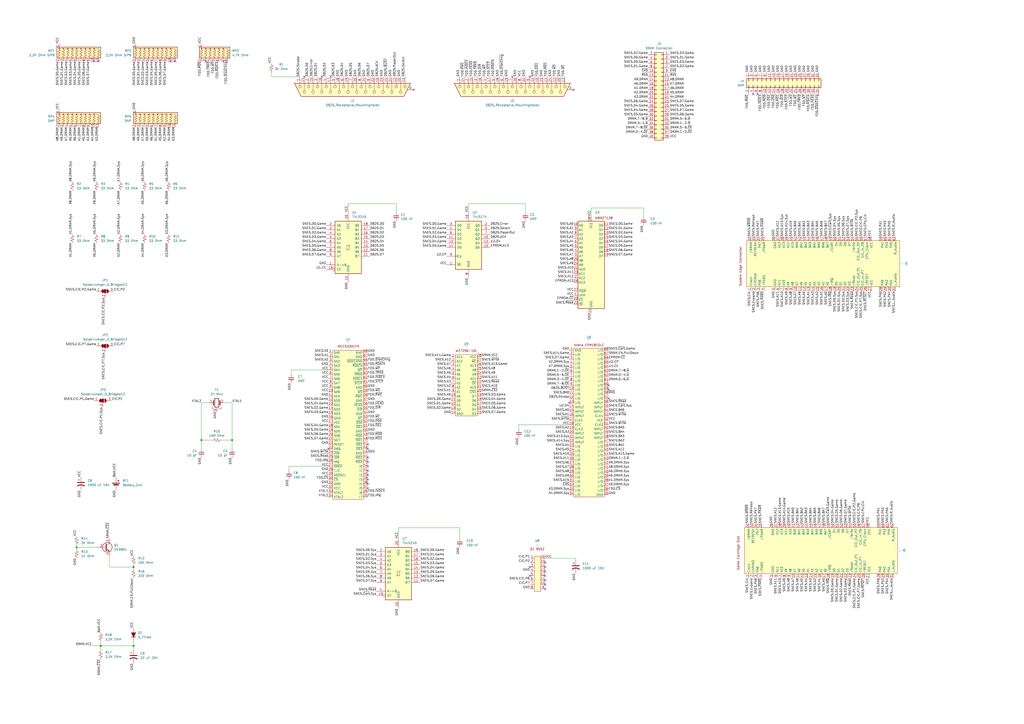
<source format=kicad_sch>
(kicad_sch (version 20250114) (generator "eeschema") (generator_version "9.0")
  (paper "A2")
  (lib_symbols
    (symbol "!SF7:6264"
      (property "Reference" "U3" (at 8.89 13.97 0))
      (property "Value" "~" (at 8.89 12.7 0))
      (symbol "6264_0_0"
        (pin input line (at 0 2.54 0) (length 2.54) (name "A12") (number "2"))
        (pin input line (at 0 0 0) (length 2.54) (name "A7") (number "3"))
        (pin input line (at 0 -2.54 0) (length 2.54) (name "A6") (number "4"))
        (pin input line (at 0 -5.08 0) (length 2.54) (name "A5") (number "5"))
        (pin input line (at 0 -7.62 0) (length 2.54) (name "A4") (number "6"))
        (pin input line (at 0 -10.16 0) (length 2.54) (name "A3") (number "7"))
        (pin input line (at 0 -12.7 0) (length 2.54) (name "A2") (number "8"))
        (pin input line (at 0 -15.24 0) (length 2.54) (name "A1") (number "9"))
        (pin input line (at 0 -17.78 0) (length 2.54) (name "A0") (number "10"))
        (pin bidirectional line (at 0 -20.32 0) (length 2.54) (name "D0") (number "11"))
        (pin bidirectional line (at 0 -22.86 0) (length 2.54) (name "D1") (number "12"))
        (pin bidirectional line (at 0 -25.4 0) (length 2.54) (name "D2") (number "13"))
        (pin power_in line (at 0 -27.94 0) (length 2.54) (name "GND") (number "14"))
        (pin power_in line (at 17.78 5.08 180) (length 2.54) (name "VCC") (number "28"))
        (pin input line (at 17.78 2.54 180) (length 2.54) (name "~{WE}") (number "27"))
        (pin input line (at 17.78 -2.54 180) (length 2.54) (name "A8") (number "25"))
        (pin input line (at 17.78 -5.08 180) (length 2.54) (name "A9") (number "24"))
        (pin input line (at 17.78 -10.16 180) (length 2.54) (name "~{OE}") (number "22"))
        (pin input line (at 17.78 -12.7 180) (length 2.54) (name "A10") (number "21"))
        (pin bidirectional line (at 17.78 -17.78 180) (length 2.54) (name "D7") (number "19"))
        (pin bidirectional line (at 17.78 -20.32 180) (length 2.54) (name "D6") (number "18"))
        (pin bidirectional line (at 17.78 -22.86 180) (length 2.54) (name "D5") (number "17"))
        (pin bidirectional line (at 17.78 -25.4 180) (length 2.54) (name "D4") (number "16"))
        (pin bidirectional line (at 17.78 -27.94 180) (length 2.54) (name "D3") (number "15"))
      )
      (symbol "6264_1_0"
        (pin input line (at 0 5.08 0) (length 2.54) (name "A14") (number "1"))
        (pin input line (at 17.78 0 180) (length 2.54) (name "A13") (number "26"))
        (pin input line (at 17.78 -7.62 180) (length 2.54) (name "A11") (number "23"))
        (pin input line (at 17.78 -15.24 180) (length 2.54) (name "~{CS1}") (number "20"))
      )
      (symbol "6264_1_1"
        (text "W27256-10L" (at 8.89 8.636 0) (effects (font (size 1.27 1.27))))
      )
    )
    (symbol "!SF7:D1_9552"
      (property "Reference" "U3" (at 4.318 10.16 0))
      (property "Value" "~" (at 4.318 7.62 0))
      (symbol "D1_9552_0_0"
        (pin unspecified line (at 0 0 0) (length 2.54) (name "") (number "1"))
        (pin unspecified line (at 0 -2.54 0) (length 2.54) (name "") (number "2"))
        (pin unspecified line (at 0 -5.08 0) (length 2.54) (name "") (number "3"))
        (pin unspecified line (at 0 -7.62 0) (length 2.54) (name "") (number "4"))
        (pin unspecified line (at 0 -10.16 0) (length 2.54) (name "") (number "5"))
        (pin unspecified line (at 0 -12.7 0) (length 2.54) (name "") (number "6"))
        (pin unspecified line (at 0 -15.24 0) (length 2.54) (name "") (number "7"))
        (pin unspecified line (at 0 -17.78 0) (length 2.54) (name "") (number "8"))
        (pin unspecified line (at 8.89 0 180) (length 2.54) (name "") (number "16"))
        (pin unspecified line (at 8.89 -2.54 180) (length 2.54) (name "") (number "15"))
        (pin unspecified line (at 8.89 -5.08 180) (length 2.54) (name "") (number "14"))
        (pin unspecified line (at 8.89 -7.62 180) (length 2.54) (name "") (number "13"))
        (pin unspecified line (at 8.89 -10.16 180) (length 2.54) (name "") (number "12"))
        (pin unspecified line (at 8.89 -12.7 180) (length 2.54) (name "") (number "11"))
        (pin unspecified line (at 8.89 -15.24 180) (length 2.54) (name "") (number "10"))
        (pin unspecified line (at 8.89 -17.78 180) (length 2.54) (name "") (number "9"))
      )
      (symbol "D1_9552_1_1"
        (text "D1 9552" (at 4.318 5.334 0) (effects (font (size 1.27 1.27))))
      )
    )
    (symbol "!SMC:Altera_EPM1810LC-45"
      (property "Reference" "U" (at 11.43 5.334 0))
      (symbol "Altera_EPM1810LC-45_0_0"
        (pin tri_state line (at 0 -2.54 0) (length 2.54) (name "I/O") (number "2"))
        (pin tri_state line (at 0 -5.08 0) (length 2.54) (name "I/O") (number "3"))
        (pin tri_state line (at 0 -7.62 0) (length 2.54) (name "I/O") (number "4"))
        (pin tri_state line (at 0 -10.16 0) (length 2.54) (name "I/O") (number "5"))
        (pin tri_state line (at 0 -12.7 0) (length 2.54) (name "I/O") (number "6"))
        (pin tri_state line (at 0 -15.24 0) (length 2.54) (name "I/O") (number "7"))
        (pin tri_state line (at 0 -17.78 0) (length 2.54) (name "I/O") (number "8"))
        (pin tri_state line (at 0 -20.32 0) (length 2.54) (name "I/O") (number "9"))
        (pin tri_state line (at 0 -22.86 0) (length 2.54) (name "I/O") (number "10"))
        (pin tri_state line (at 0 -25.4 0) (length 2.54) (name "I/O") (number "11"))
        (pin tri_state line (at 0 -27.94 0) (length 2.54) (name "I/O") (number "12"))
        (pin tri_state line (at 0 -30.48 0) (length 2.54) (name "I/O") (number "13"))
        (pin input line (at 0 -33.02 0) (length 2.54) (name "INPUT") (number "14"))
        (pin input line (at 0 -35.56 0) (length 2.54) (name "INPUT") (number "15"))
        (pin input line (at 0 -38.1 0) (length 2.54) (name "INPUT") (number "16"))
        (pin input line (at 0 -40.64 0) (length 2.54) (name "CLK1") (number "17"))
        (pin power_in line (at 0 -43.18 0) (length 2.54) (name "VCC") (number "18"))
        (pin input line (at 0 -45.72 0) (length 2.54) (name "CLK2") (number "19"))
        (pin input line (at 0 -48.26 0) (length 2.54) (name "INPUT") (number "20"))
        (pin input line (at 0 -50.8 0) (length 2.54) (name "INPUT") (number "21"))
        (pin input line (at 0 -53.34 0) (length 2.54) (name "INPUT") (number "22"))
        (pin tri_state line (at 0 -55.88 0) (length 2.54) (name "I/O") (number "23"))
        (pin tri_state line (at 0 -58.42 0) (length 2.54) (name "I/O") (number "24"))
        (pin tri_state line (at 0 -60.96 0) (length 2.54) (name "I/O") (number "25"))
        (pin tri_state line (at 0 -63.5 0) (length 2.54) (name "I/O") (number "26"))
        (pin tri_state line (at 0 -66.04 0) (length 2.54) (name "I/O") (number "27"))
        (pin tri_state line (at 0 -68.58 0) (length 2.54) (name "I/O") (number "28"))
        (pin tri_state line (at 0 -71.12 0) (length 2.54) (name "I/O") (number "29"))
        (pin tri_state line (at 0 -73.66 0) (length 2.54) (name "I/O") (number "30"))
        (pin tri_state line (at 0 -76.2 0) (length 2.54) (name "I/O") (number "31"))
        (pin tri_state line (at 0 -78.74 0) (length 2.54) (name "I/O") (number "32"))
        (pin tri_state line (at 0 -81.28 0) (length 2.54) (name "I/O") (number "33"))
        (pin tri_state line (at 0 -83.82 0) (length 2.54) (name "I/O") (number "34"))
        (pin tri_state line (at 22.86 -2.54 180) (length 2.54) (name "I/O") (number "67"))
        (pin tri_state line (at 22.86 -5.08 180) (length 2.54) (name "I/O") (number "66"))
        (pin tri_state line (at 22.86 -7.62 180) (length 2.54) (name "I/O") (number "65"))
        (pin tri_state line (at 22.86 -10.16 180) (length 2.54) (name "I/O") (number "64"))
        (pin tri_state line (at 22.86 -12.7 180) (length 2.54) (name "I/O") (number "63"))
        (pin tri_state line (at 22.86 -15.24 180) (length 2.54) (name "I/O") (number "62"))
        (pin tri_state line (at 22.86 -17.78 180) (length 2.54) (name "I/O") (number "61"))
        (pin tri_state line (at 22.86 -20.32 180) (length 2.54) (name "I/O") (number "60"))
        (pin tri_state line (at 22.86 -22.86 180) (length 2.54) (name "I/O") (number "59"))
        (pin tri_state line (at 22.86 -25.4 180) (length 2.54) (name "I/O") (number "58"))
        (pin tri_state line (at 22.86 -27.94 180) (length 2.54) (name "I/O") (number "57"))
        (pin input line (at 22.86 -30.48 180) (length 2.54) (name "INPUT") (number "56"))
        (pin input line (at 22.86 -33.02 180) (length 2.54) (name "INPUT") (number "55"))
        (pin input line (at 22.86 -35.56 180) (length 2.54) (name "INPUT") (number "54"))
        (pin input line (at 22.86 -38.1 180) (length 2.54) (name "CLK4") (number "53"))
        (pin power_in line (at 22.86 -40.64 180) (length 2.54) (name "VCC") (number "52"))
        (pin input line (at 22.86 -43.18 180) (length 2.54) (name "CLK3") (number "51"))
        (pin input line (at 22.86 -45.72 180) (length 2.54) (name "INPUT") (number "50"))
        (pin input line (at 22.86 -48.26 180) (length 2.54) (name "INPUT") (number "49"))
        (pin input line (at 22.86 -50.8 180) (length 2.54) (name "INPUT") (number "48"))
        (pin tri_state line (at 22.86 -53.34 180) (length 2.54) (name "I/O") (number "47"))
        (pin tri_state line (at 22.86 -55.88 180) (length 2.54) (name "I/O") (number "46"))
        (pin tri_state line (at 22.86 -58.42 180) (length 2.54) (name "I/O") (number "45"))
        (pin tri_state line (at 22.86 -60.96 180) (length 2.54) (name "I/O") (number "44"))
        (pin tri_state line (at 22.86 -63.5 180) (length 2.54) (name "I/O") (number "43"))
        (pin tri_state line (at 22.86 -66.04 180) (length 2.54) (name "I/O") (number "42"))
        (pin tri_state line (at 22.86 -68.58 180) (length 2.54) (name "I/O") (number "41"))
        (pin tri_state line (at 22.86 -71.12 180) (length 2.54) (name "I/O") (number "40"))
        (pin tri_state line (at 22.86 -73.66 180) (length 2.54) (name "I/O") (number "39"))
        (pin tri_state line (at 22.86 -76.2 180) (length 2.54) (name "I/O") (number "38"))
        (pin tri_state line (at 22.86 -78.74 180) (length 2.54) (name "I/O") (number "37"))
        (pin tri_state line (at 22.86 -81.28 180) (length 2.54) (name "I/O") (number "36"))
        (pin tri_state line (at 22.86 -83.82 180) (length 2.54) (name "GND") (number "35"))
      )
      (symbol "Altera_EPM1810LC-45_1_0"
        (pin power_in line (at 0 0 0) (length 2.54) (name "GND") (number "1"))
        (pin tri_state line (at 22.86 0 180) (length 2.54) (name "I/O") (number "68"))
      )
      (symbol "Altera_EPM1810LC-45_1_1"
        (text "Altera EPM1810LC" (at 11.43 3.048 0) (effects (font (size 1.27 1.27))))
      )
    )
    (symbol "!SMC:MCCS3201FN"
      (property "Reference" "U" (at 11.43 6.096 0))
      (symbol "MCCS3201FN_0_0"
        (pin input line (at 0 0 0) (length 2.54) (name "SA0") (number "1"))
        (pin input line (at 0 -2.54 0) (length 2.54) (name "SA1") (number "2"))
        (pin input line (at 0 -5.08 0) (length 2.54) (name "SA2") (number "3"))
        (pin input line (at 0 -7.62 0) (length 2.54) (name "SA3") (number "4"))
        (pin input line (at 0 -10.16 0) (length 2.54) (name "SA4") (number "5"))
        (pin input line (at 0 -12.7 0) (length 2.54) (name "SA5") (number "6"))
        (pin input line (at 0 -15.24 0) (length 2.54) (name "SA6") (number "7"))
        (pin input line (at 0 -17.78 0) (length 2.54) (name "SA7") (number "8"))
        (pin input line (at 0 -20.32 0) (length 2.54) (name "SA8") (number "9"))
        (pin input line (at 0 -22.86 0) (length 2.54) (name "SA9") (number "10"))
        (pin input line (at 0 -25.4 0) (length 2.54) (name "AEN") (number "11"))
        (pin bidirectional line (at 0 -27.94 0) (length 2.54) (name "SD0") (number "12"))
        (pin bidirectional line (at 0 -30.48 0) (length 2.54) (name "SD1") (number "13"))
        (pin bidirectional line (at 0 -33.02 0) (length 2.54) (name "SD2") (number "14"))
        (pin bidirectional line (at 0 -35.56 0) (length 2.54) (name "SD3") (number "15"))
        (pin power_in line (at 0 -38.1 0) (length 2.54) (name "GND") (number "16"))
        (pin power_in line (at 0 -40.64 0) (length 2.54) (name "VCC") (number "17"))
        (pin bidirectional line (at 0 -43.18 0) (length 2.54) (name "SD4") (number "18"))
        (pin bidirectional line (at 0 -45.72 0) (length 2.54) (name "SD5") (number "19"))
        (pin bidirectional line (at 0 -48.26 0) (length 2.54) (name "SD6") (number "20"))
        (pin bidirectional line (at 0 -50.8 0) (length 2.54) (name "SD7") (number "21"))
        (pin input line (at 0 -53.34 0) (length 2.54) (name "RESET") (number "22"))
        (pin output line (at 0 -55.88 0) (length 2.54) (name "DRQ") (number "23"))
        (pin input line (at 0 -58.42 0) (length 2.54) (name "~{IOW}") (number "24"))
        (pin input line (at 0 -60.96 0) (length 2.54) (name "~{IOR}") (number "25"))
        (pin output line (at 0 -63.5 0) (length 2.54) (name "IRQ") (number "26"))
        (pin input line (at 0 -66.04 0) (length 2.54) (name "~{DACK}") (number "27"))
        (pin input line (at 0 -68.58 0) (length 2.54) (name "T/C") (number "28"))
        (pin input line (at 0 -71.12 0) (length 2.54) (name "ADDSEL") (number "29"))
        (pin input line (at 0 -73.66 0) (length 2.54) (name "~{CS}") (number "30"))
        (pin power_in line (at 0 -76.2 0) (length 2.54) (name "GND") (number "31"))
        (pin power_in line (at 0 -78.74 0) (length 2.54) (name "VCC") (number "32"))
        (pin input line (at 0 -81.28 0) (length 2.54) (name "XTAL1") (number "33"))
        (pin output line (at 0 -83.82 0) (length 2.54) (name "XTAL2") (number "34"))
        (pin power_in line (at 22.86 0 180) (length 2.54) (name "GND") (number "68"))
        (pin power_in line (at 22.86 -2.54 180) (length 2.54) (name "GND") (number "67"))
        (pin input line (at 22.86 -5.08 180) (length 2.54) (name "~{DSKCHNG}") (number "66"))
        (pin input line (at 22.86 -7.62 180) (length 2.54) (name "~{RDATA}") (number "65"))
        (pin input line (at 22.86 -10.16 180) (length 2.54) (name "~{WP}") (number "64"))
        (pin input line (at 22.86 -12.7 180) (length 2.54) (name "~{TRK0}") (number "63"))
        (pin input line (at 22.86 -15.24 180) (length 2.54) (name "~{INDEX}") (number "62"))
        (pin output line (at 22.86 -17.78 180) (length 2.54) (name "~{STEP}") (number "61"))
        (pin power_in line (at 22.86 -20.32 180) (length 2.54) (name "GND") (number "60"))
        (pin output line (at 22.86 -22.86 180) (length 2.54) (name "~{WD}") (number "59"))
        (pin output line (at 22.86 -25.4 180) (length 2.54) (name "~{RWC}") (number "58"))
        (pin power_in line (at 22.86 -27.94 180) (length 2.54) (name "GND") (number "57"))
        (pin output line (at 22.86 -30.48 180) (length 2.54) (name "~{HEAD}") (number "56"))
        (pin output line (at 22.86 -33.02 180) (length 2.54) (name "~{DIR}") (number "55"))
        (pin power_in line (at 22.86 -35.56 180) (length 2.54) (name "GND") (number "54"))
        (pin output line (at 22.86 -38.1 180) (length 2.54) (name "~{WE}") (number "53"))
        (pin output line (at 22.86 -40.64 180) (length 2.54) (name "~{DS0}") (number "52"))
        (pin output line (at 22.86 -43.18 180) (length 2.54) (name "~{DS1}") (number "51"))
        (pin power_in line (at 22.86 -45.72 180) (length 2.54) (name "GND") (number "50"))
        (pin output line (at 22.86 -48.26 180) (length 2.54) (name "~{MO0}") (number "49"))
        (pin output line (at 22.86 -50.8 180) (length 2.54) (name "~{MO1}") (number "48"))
        (pin output line (at 22.86 -53.34 180) (length 2.54) (name "~{DS2}") (number "47"))
        (pin output line (at 22.86 -55.88 180) (length 2.54) (name "~{DS3}") (number "46"))
        (pin power_in line (at 22.86 -58.42 180) (length 2.54) (name "GND") (number "45"))
        (pin output line (at 22.86 -60.96 180) (length 2.54) (name "~{MO2}") (number "44"))
        (pin output line (at 22.86 -63.5 180) (length 2.54) (name "~{MO3}") (number "43"))
        (pin input line (at 22.86 -66.04 180) (length 2.54) (name "I0") (number "42"))
        (pin input line (at 22.86 -68.58 180) (length 2.54) (name "I1") (number "41"))
        (pin input line (at 22.86 -71.12 180) (length 2.54) (name "I2") (number "40"))
        (pin input line (at 22.86 -73.66 180) (length 2.54) (name "I3") (number "39"))
        (pin input line (at 22.86 -76.2 180) (length 2.54) (name "I4") (number "38"))
        (pin input line (at 22.86 -78.74 180) (length 2.54) (name "I5") (number "37"))
        (pin input line (at 22.86 -81.28 180) (length 2.54) (name "I6") (number "36"))
        (pin input line (at 22.86 -83.82 180) (length 2.54) (name "I7") (number "35"))
      )
      (symbol "MCCS3201FN_1_1"
        (text "MCCS3201FN" (at 11.684 3.556 0) (effects (font (size 1.27 1.27))))
      )
    )
    (symbol "!SMC:SNES_Connector_Game"
      (property "Reference" "CN1" (at 0.635 -48.26 0))
      (property "Value" "~" (at 0.635 -45.72 0))
      (symbol "SNES_Connector_Game_1_1"
        (text "Game Cartridge Slot" (at -0.762 48.006 0) (effects (font (size 1.27 1.27))))
        (pin input line (at -15.24 41.91 0) (length 2.54) (name "Clock") (number "1"))
        (pin input line (at -15.24 39.37 0) (length 2.54) (name "EXPAND") (number "2"))
        (pin input line (at -15.24 36.83 0) (length 2.54) (name "PA6") (number "3"))
        (pin input line (at -15.24 34.29 0) (length 2.54) (name "/PARD") (number "4"))
        (pin power_in line (at -15.24 27.94 0) (length 2.54) (name "GND") (number "5"))
        (pin input line (at -15.24 25.4 0) (length 2.54) (name "A11") (number "6"))
        (pin input line (at -15.24 22.86 0) (length 2.54) (name "A10") (number "7"))
        (pin input line (at -15.24 20.32 0) (length 2.54) (name "A9") (number "8"))
        (pin input line (at -15.24 17.78 0) (length 2.54) (name "A8") (number "9"))
        (pin input line (at -15.24 15.24 0) (length 2.54) (name "A7") (number "10"))
        (pin input line (at -15.24 12.7 0) (length 2.54) (name "A6") (number "11"))
        (pin input line (at -15.24 10.16 0) (length 2.54) (name "A5") (number "12"))
        (pin input line (at -15.24 7.62 0) (length 2.54) (name "A4") (number "13"))
        (pin input line (at -15.24 5.08 0) (length 2.54) (name "A3") (number "14"))
        (pin input line (at -15.24 2.54 0) (length 2.54) (name "A2") (number "15"))
        (pin input line (at -15.24 0 0) (length 2.54) (name "A1") (number "16"))
        (pin input line (at -15.24 -2.54 0) (length 2.54) (name "A0") (number "17"))
        (pin input line (at -15.24 -5.08 0) (length 2.54) (name "/IRQ") (number "18"))
        (pin input line (at -15.24 -7.62 0) (length 2.54) (name "D0") (number "19"))
        (pin input line (at -15.24 -10.16 0) (length 2.54) (name "D1") (number "20"))
        (pin input line (at -15.24 -12.7 0) (length 2.54) (name "D2") (number "21"))
        (pin input line (at -15.24 -15.24 0) (length 2.54) (name "D3") (number "22"))
        (pin input line (at -15.24 -17.78 0) (length 2.54) (name "/Read") (number "23"))
        (pin input line (at -15.24 -20.32 0) (length 2.54) (name "CIC_Out_P1") (number "24"))
        (pin input line (at -15.24 -22.86 0) (length 2.54) (name "CIC_In_P7") (number "25"))
        (pin input line (at -15.24 -25.4 0) (length 2.54) (name "/RESET") (number "26"))
        (pin power_in line (at -15.24 -27.94 0) (length 2.54) (name "VCC") (number "27"))
        (pin input line (at -15.24 -34.29 0) (length 2.54) (name "PA0") (number "28"))
        (pin input line (at -15.24 -36.83 0) (length 2.54) (name "PA2") (number "29"))
        (pin input line (at -15.24 -39.37 0) (length 2.54) (name "PA4") (number "30"))
        (pin input line (at -15.24 -41.91 0) (length 2.54) (name "L_Audio") (number "31"))
        (pin input line (at 16.51 41.91 180) (length 2.54) (name "/WRAM") (number "32"))
        (pin input line (at 16.51 39.37 180) (length 2.54) (name "REFRESH") (number "33"))
        (pin input line (at 16.51 36.83 180) (length 2.54) (name "PA7") (number "34"))
        (pin input line (at 16.51 34.29 180) (length 2.54) (name "/PAWR") (number "35"))
        (pin power_in line (at 16.51 27.94 180) (length 2.54) (name "GND") (number "36"))
        (pin input line (at 16.51 25.4 180) (length 2.54) (name "A12") (number "37"))
        (pin input line (at 16.51 22.86 180) (length 2.54) (name "A13") (number "38"))
        (pin input line (at 16.51 20.32 180) (length 2.54) (name "A14") (number "39"))
        (pin input line (at 16.51 17.78 180) (length 2.54) (name "A15") (number "40"))
        (pin input line (at 16.51 15.24 180) (length 2.54) (name "BA0") (number "41"))
        (pin input line (at 16.51 12.7 180) (length 2.54) (name "BA1") (number "42"))
        (pin input line (at 16.51 10.16 180) (length 2.54) (name "BA2") (number "43"))
        (pin input line (at 16.51 7.62 180) (length 2.54) (name "BA3") (number "44"))
        (pin input line (at 16.51 5.08 180) (length 2.54) (name "BA4") (number "45"))
        (pin input line (at 16.51 2.54 180) (length 2.54) (name "BA5") (number "46"))
        (pin input line (at 16.51 0 180) (length 2.54) (name "BA6") (number "47"))
        (pin input line (at 16.51 -2.54 180) (length 2.54) (name "BA7") (number "48"))
        (pin input line (at 16.51 -5.08 180) (length 2.54) (name "/CART") (number "49"))
        (pin input line (at 16.51 -7.62 180) (length 2.54) (name "D4") (number "50"))
        (pin input line (at 16.51 -10.16 180) (length 2.54) (name "D5") (number "51"))
        (pin input line (at 16.51 -12.7 180) (length 2.54) (name "D6") (number "52"))
        (pin input line (at 16.51 -15.24 180) (length 2.54) (name "D7") (number "53"))
        (pin input line (at 16.51 -17.78 180) (length 2.54) (name "/Write") (number "54"))
        (pin input line (at 16.51 -20.32 180) (length 2.54) (name "CIC_Out_P2") (number "55"))
        (pin input line (at 16.51 -22.86 180) (length 2.54) (name "CIC_In_P6") (number "56"))
        (pin input line (at 16.51 -25.4 180) (length 2.54) (name "CPU_Clock") (number "57"))
        (pin power_in line (at 16.51 -27.94 180) (length 2.54) (name "VCC") (number "58"))
        (pin input line (at 16.51 -34.29 180) (length 2.54) (name "PA1") (number "59"))
        (pin input line (at 16.51 -36.83 180) (length 2.54) (name "PA3") (number "60"))
        (pin input line (at 16.51 -39.37 180) (length 2.54) (name "PA5") (number "61"))
        (pin input line (at 16.51 -41.91 180) (length 2.54) (name "R_Audio") (number "62"))
      )
    )
    (symbol "!SMC:SNES_Connector_Sys"
      (property "Reference" "CN2" (at 0.635 -48.26 0))
      (property "Value" "~" (at 0.635 -45.72 0))
      (symbol "SNES_Connector_Sys_1_1"
        (text "System Edge Connector" (at -0.762 48.006 0) (effects (font (size 1.27 1.27))))
        (pin input line (at -15.24 41.91 0) (length 2.54) (name "Clock") (number "1"))
        (pin input line (at -15.24 39.37 0) (length 2.54) (name "EXPAND") (number "2"))
        (pin input line (at -15.24 36.83 0) (length 2.54) (name "PA6") (number "3"))
        (pin input line (at -15.24 34.29 0) (length 2.54) (name "/PARD") (number "4"))
        (pin power_in line (at -15.24 27.94 0) (length 2.54) (name "GND") (number "5"))
        (pin input line (at -15.24 25.4 0) (length 2.54) (name "A11") (number "6"))
        (pin input line (at -15.24 22.86 0) (length 2.54) (name "A10") (number "7"))
        (pin input line (at -15.24 20.32 0) (length 2.54) (name "A9") (number "8"))
        (pin input line (at -15.24 17.78 0) (length 2.54) (name "A8") (number "9"))
        (pin input line (at -15.24 15.24 0) (length 2.54) (name "A7") (number "10"))
        (pin input line (at -15.24 12.7 0) (length 2.54) (name "A6") (number "11"))
        (pin input line (at -15.24 10.16 0) (length 2.54) (name "A5") (number "12"))
        (pin input line (at -15.24 7.62 0) (length 2.54) (name "A4") (number "13"))
        (pin input line (at -15.24 5.08 0) (length 2.54) (name "A3") (number "14"))
        (pin input line (at -15.24 2.54 0) (length 2.54) (name "A2") (number "15"))
        (pin input line (at -15.24 0 0) (length 2.54) (name "A1") (number "16"))
        (pin input line (at -15.24 -2.54 0) (length 2.54) (name "A0") (number "17"))
        (pin input line (at -15.24 -5.08 0) (length 2.54) (name "/IRQ") (number "18"))
        (pin input line (at -15.24 -7.62 0) (length 2.54) (name "D0") (number "19"))
        (pin input line (at -15.24 -10.16 0) (length 2.54) (name "D1") (number "20"))
        (pin input line (at -15.24 -12.7 0) (length 2.54) (name "D2") (number "21"))
        (pin input line (at -15.24 -15.24 0) (length 2.54) (name "D3") (number "22"))
        (pin input line (at -15.24 -17.78 0) (length 2.54) (name "/Read") (number "23"))
        (pin input line (at -15.24 -20.32 0) (length 2.54) (name "CIC_Out_P1") (number "24"))
        (pin input line (at -15.24 -22.86 0) (length 2.54) (name "CIC_In_P7") (number "25"))
        (pin input line (at -15.24 -25.4 0) (length 2.54) (name "/RESET") (number "26"))
        (pin power_in line (at -15.24 -27.94 0) (length 2.54) (name "VCC") (number "27"))
        (pin input line (at -15.24 -34.29 0) (length 2.54) (name "PA0") (number "28"))
        (pin input line (at -15.24 -36.83 0) (length 2.54) (name "PA2") (number "29"))
        (pin input line (at -15.24 -39.37 0) (length 2.54) (name "PA4") (number "30"))
        (pin input line (at -15.24 -41.91 0) (length 2.54) (name "L_Audio") (number "31"))
        (pin input line (at 16.51 41.91 180) (length 2.54) (name "/WRAM") (number "32"))
        (pin input line (at 16.51 39.37 180) (length 2.54) (name "REFRESH") (number "33"))
        (pin input line (at 16.51 36.83 180) (length 2.54) (name "PA7") (number "34"))
        (pin input line (at 16.51 34.29 180) (length 2.54) (name "/PAWR") (number "35"))
        (pin power_in line (at 16.51 27.94 180) (length 2.54) (name "GND") (number "36"))
        (pin input line (at 16.51 25.4 180) (length 2.54) (name "A12") (number "37"))
        (pin input line (at 16.51 22.86 180) (length 2.54) (name "A13") (number "38"))
        (pin input line (at 16.51 20.32 180) (length 2.54) (name "A14") (number "39"))
        (pin input line (at 16.51 17.78 180) (length 2.54) (name "A15") (number "40"))
        (pin input line (at 16.51 15.24 180) (length 2.54) (name "BA0") (number "41"))
        (pin input line (at 16.51 12.7 180) (length 2.54) (name "BA1") (number "42"))
        (pin input line (at 16.51 10.16 180) (length 2.54) (name "BA2") (number "43"))
        (pin input line (at 16.51 7.62 180) (length 2.54) (name "BA3") (number "44"))
        (pin input line (at 16.51 5.08 180) (length 2.54) (name "BA4") (number "45"))
        (pin input line (at 16.51 2.54 180) (length 2.54) (name "BA5") (number "46"))
        (pin input line (at 16.51 0 180) (length 2.54) (name "BA6") (number "47"))
        (pin input line (at 16.51 -2.54 180) (length 2.54) (name "BA7") (number "48"))
        (pin input line (at 16.51 -5.08 180) (length 2.54) (name "/CART") (number "49"))
        (pin input line (at 16.51 -7.62 180) (length 2.54) (name "D4") (number "50"))
        (pin input line (at 16.51 -10.16 180) (length 2.54) (name "D5") (number "51"))
        (pin input line (at 16.51 -12.7 180) (length 2.54) (name "D6") (number "52"))
        (pin input line (at 16.51 -15.24 180) (length 2.54) (name "D7") (number "53"))
        (pin input line (at 16.51 -17.78 180) (length 2.54) (name "/Write") (number "54"))
        (pin input line (at 16.51 -20.32 180) (length 2.54) (name "CIC_Out_P2") (number "55"))
        (pin input line (at 16.51 -22.86 180) (length 2.54) (name "CIC_In_P6") (number "56"))
        (pin input line (at 16.51 -25.4 180) (length 2.54) (name "CPU_Clock") (number "57"))
        (pin power_in line (at 16.51 -27.94 180) (length 2.54) (name "VCC") (number "58"))
        (pin input line (at 16.51 -34.29 180) (length 2.54) (name "PA1") (number "59"))
        (pin input line (at 16.51 -36.83 180) (length 2.54) (name "PA3") (number "60"))
        (pin input line (at 16.51 -39.37 180) (length 2.54) (name "PA5") (number "61"))
        (pin input line (at 16.51 -41.91 180) (length 2.54) (name "R_Audio") (number "62"))
      )
    )
    (symbol "74xx:74LS174" (pin_names (offset 1.016))
      (property "Reference" "U" (at -7.62 13.97 0))
      (property "Value" "74LS174" (at -7.62 -16.51 0))
      (symbol "74LS174_1_0"
        (pin input line (at -12.7 10.16 0) (length 5.08) (name "D0") (number "3"))
        (pin input line (at -12.7 7.62 0) (length 5.08) (name "D1") (number "4"))
        (pin input line (at -12.7 5.08 0) (length 5.08) (name "D2") (number "6"))
        (pin input line (at -12.7 2.54 0) (length 5.08) (name "D3") (number "11"))
        (pin input line (at -12.7 0 0) (length 5.08) (name "D4") (number "13"))
        (pin input line (at -12.7 -2.54 0) (length 5.08) (name "D5") (number "14"))
        (pin input clock (at -12.7 -7.62 0) (length 5.08) (name "Cp") (number "9"))
        (pin input line (at -12.7 -12.7 0) (length 5.08) (name "~{Mr}") (number "1"))
        (pin power_in line (at 0 17.78 270) (length 5.08) (name "VCC") (number "16"))
        (pin power_in line (at 0 -20.32 90) (length 5.08) (name "GND") (number "8"))
        (pin output line (at 12.7 10.16 180) (length 5.08) (name "Q0") (number "2"))
        (pin output line (at 12.7 7.62 180) (length 5.08) (name "Q1") (number "5"))
        (pin output line (at 12.7 5.08 180) (length 5.08) (name "Q2") (number "7"))
        (pin output line (at 12.7 2.54 180) (length 5.08) (name "Q3") (number "10"))
        (pin output line (at 12.7 0 180) (length 5.08) (name "Q4") (number "12"))
        (pin output line (at 12.7 -2.54 180) (length 5.08) (name "Q5") (number "15"))
      )
    )
    (symbol "74xx:74LS245" (pin_names (offset 1.016))
      (property "Reference" "U" (at -7.62 16.51 0))
      (property "Value" "74LS245" (at -7.62 -16.51 0))
      (symbol "74LS245_1_0"
        (pin tri_state line (at -12.7 12.7 0) (length 5.08) (name "A0") (number "2"))
        (pin tri_state line (at -12.7 10.16 0) (length 5.08) (name "A1") (number "3"))
        (pin tri_state line (at -12.7 7.62 0) (length 5.08) (name "A2") (number "4"))
        (pin tri_state line (at -12.7 5.08 0) (length 5.08) (name "A3") (number "5"))
        (pin tri_state line (at -12.7 2.54 0) (length 5.08) (name "A4") (number "6"))
        (pin tri_state line (at -12.7 0 0) (length 5.08) (name "A5") (number "7"))
        (pin tri_state line (at -12.7 -2.54 0) (length 5.08) (name "A6") (number "8"))
        (pin tri_state line (at -12.7 -5.08 0) (length 5.08) (name "A7") (number "9"))
        (pin input line (at -12.7 -10.16 0) (length 5.08) (name "A->B") (number "1"))
        (pin input inverted (at -12.7 -12.7 0) (length 5.08) (name "CE") (number "19"))
        (pin power_in line (at 0 20.32 270) (length 5.08) (name "VCC") (number "20"))
        (pin power_in line (at 0 -20.32 90) (length 5.08) (name "GND") (number "10"))
        (pin tri_state line (at 12.7 12.7 180) (length 5.08) (name "B0") (number "18"))
        (pin tri_state line (at 12.7 10.16 180) (length 5.08) (name "B1") (number "17"))
        (pin tri_state line (at 12.7 7.62 180) (length 5.08) (name "B2") (number "16"))
        (pin tri_state line (at 12.7 5.08 180) (length 5.08) (name "B3") (number "15"))
        (pin tri_state line (at 12.7 2.54 180) (length 5.08) (name "B4") (number "14"))
        (pin tri_state line (at 12.7 0 180) (length 5.08) (name "B5") (number "13"))
        (pin tri_state line (at 12.7 -2.54 180) (length 5.08) (name "B6") (number "12"))
        (pin tri_state line (at 12.7 -5.08 180) (length 5.08) (name "B7") (number "11"))
      )
    )
    (symbol "Connector:DB25_Receptacle_MountingHoles" (pin_names (offset 1.016) (hide yes))
      (property "Reference" "J" (at 0 36.83 0))
      (property "Value" "DB25_Receptacle_MountingHoles" (at 0 34.925 0))
      (symbol "DB25_Receptacle_MountingHoles_1_1"
        (pin passive line (at -7.62 30.48 0) (length 3.81) (name "1") (number "1"))
        (pin passive line (at -7.62 27.94 0) (length 3.81) (name "P14") (number "14"))
        (pin passive line (at -7.62 25.4 0) (length 3.81) (name "2") (number "2"))
        (pin passive line (at -7.62 22.86 0) (length 3.81) (name "P15") (number "15"))
        (pin passive line (at -7.62 20.32 0) (length 3.81) (name "3") (number "3"))
        (pin passive line (at -7.62 17.78 0) (length 3.81) (name "P16") (number "16"))
        (pin passive line (at -7.62 15.24 0) (length 3.81) (name "4") (number "4"))
        (pin passive line (at -7.62 12.7 0) (length 3.81) (name "P17") (number "17"))
        (pin passive line (at -7.62 10.16 0) (length 3.81) (name "5") (number "5"))
        (pin passive line (at -7.62 7.62 0) (length 3.81) (name "P18") (number "18"))
        (pin passive line (at -7.62 5.08 0) (length 3.81) (name "6") (number "6"))
        (pin passive line (at -7.62 2.54 0) (length 3.81) (name "P19") (number "19"))
        (pin passive line (at -7.62 0 0) (length 3.81) (name "7") (number "7"))
        (pin passive line (at -7.62 -2.54 0) (length 3.81) (name "P20") (number "20"))
        (pin passive line (at -7.62 -5.08 0) (length 3.81) (name "8") (number "8"))
        (pin passive line (at -7.62 -7.62 0) (length 3.81) (name "P21") (number "21"))
        (pin passive line (at -7.62 -10.16 0) (length 3.81) (name "9") (number "9"))
        (pin passive line (at -7.62 -12.7 0) (length 3.81) (name "P22") (number "22"))
        (pin passive line (at -7.62 -15.24 0) (length 3.81) (name "10") (number "10"))
        (pin passive line (at -7.62 -17.78 0) (length 3.81) (name "P23") (number "23"))
        (pin passive line (at -7.62 -20.32 0) (length 3.81) (name "11") (number "11"))
        (pin passive line (at -7.62 -22.86 0) (length 3.81) (name "P24") (number "24"))
        (pin passive line (at -7.62 -25.4 0) (length 3.81) (name "12") (number "12"))
        (pin passive line (at -7.62 -27.94 0) (length 3.81) (name "P25") (number "25"))
        (pin passive line (at -7.62 -30.48 0) (length 3.81) (name "13") (number "13"))
        (pin passive line (at 0 -35.56 90) (length 3.81) (name "PAD") (number "0"))
      )
    )
    (symbol "Connector_Generic:Conn_02x17_Odd_Even" (pin_names (offset 1.016) (hide yes))
      (property "Reference" "J" (at 1.27 22.86 0))
      (property "Value" "Conn_02x17_Odd_Even" (at 1.27 -22.86 0))
      (symbol "Conn_02x17_Odd_Even_1_1"
        (pin passive line (at -5.08 20.32 0) (length 3.81) (name "Pin_1") (number "1"))
        (pin passive line (at -5.08 17.78 0) (length 3.81) (name "Pin_3") (number "3"))
        (pin passive line (at -5.08 15.24 0) (length 3.81) (name "Pin_5") (number "5"))
        (pin passive line (at -5.08 12.7 0) (length 3.81) (name "Pin_7") (number "7"))
        (pin passive line (at -5.08 10.16 0) (length 3.81) (name "Pin_9") (number "9"))
        (pin passive line (at -5.08 7.62 0) (length 3.81) (name "Pin_11") (number "11"))
        (pin passive line (at -5.08 5.08 0) (length 3.81) (name "Pin_13") (number "13"))
        (pin passive line (at -5.08 2.54 0) (length 3.81) (name "Pin_15") (number "15"))
        (pin passive line (at -5.08 0 0) (length 3.81) (name "Pin_17") (number "17"))
        (pin passive line (at -5.08 -2.54 0) (length 3.81) (name "Pin_19") (number "19"))
        (pin passive line (at -5.08 -5.08 0) (length 3.81) (name "Pin_21") (number "21"))
        (pin passive line (at -5.08 -7.62 0) (length 3.81) (name "Pin_23") (number "23"))
        (pin passive line (at -5.08 -10.16 0) (length 3.81) (name "Pin_25") (number "25"))
        (pin passive line (at -5.08 -12.7 0) (length 3.81) (name "Pin_27") (number "27"))
        (pin passive line (at -5.08 -15.24 0) (length 3.81) (name "Pin_29") (number "29"))
        (pin passive line (at -5.08 -17.78 0) (length 3.81) (name "Pin_31") (number "31"))
        (pin passive line (at -5.08 -20.32 0) (length 3.81) (name "Pin_33") (number "33"))
        (pin passive line (at 7.62 20.32 180) (length 3.81) (name "Pin_2") (number "2"))
        (pin passive line (at 7.62 17.78 180) (length 3.81) (name "Pin_4") (number "4"))
        (pin passive line (at 7.62 15.24 180) (length 3.81) (name "Pin_6") (number "6"))
        (pin passive line (at 7.62 12.7 180) (length 3.81) (name "Pin_8") (number "8"))
        (pin passive line (at 7.62 10.16 180) (length 3.81) (name "Pin_10") (number "10"))
        (pin passive line (at 7.62 7.62 180) (length 3.81) (name "Pin_12") (number "12"))
        (pin passive line (at 7.62 5.08 180) (length 3.81) (name "Pin_14") (number "14"))
        (pin passive line (at 7.62 2.54 180) (length 3.81) (name "Pin_16") (number "16"))
        (pin passive line (at 7.62 0 180) (length 3.81) (name "Pin_18") (number "18"))
        (pin passive line (at 7.62 -2.54 180) (length 3.81) (name "Pin_20") (number "20"))
        (pin passive line (at 7.62 -5.08 180) (length 3.81) (name "Pin_22") (number "22"))
        (pin passive line (at 7.62 -7.62 180) (length 3.81) (name "Pin_24") (number "24"))
        (pin passive line (at 7.62 -10.16 180) (length 3.81) (name "Pin_26") (number "26"))
        (pin passive line (at 7.62 -12.7 180) (length 3.81) (name "Pin_28") (number "28"))
        (pin passive line (at 7.62 -15.24 180) (length 3.81) (name "Pin_30") (number "30"))
        (pin passive line (at 7.62 -17.78 180) (length 3.81) (name "Pin_32") (number "32"))
        (pin passive line (at 7.62 -20.32 180) (length 3.81) (name "Pin_34") (number "34"))
      )
    )
    (symbol "Connector_Generic:Conn_02x20_Odd_Even" (pin_names (offset 1.016) (hide yes))
      (property "Reference" "J" (at 1.27 25.4 0))
      (property "Value" "Conn_02x20_Odd_Even" (at 1.27 -27.94 0))
      (symbol "Conn_02x20_Odd_Even_1_1"
        (pin passive line (at -5.08 22.86 0) (length 3.81) (name "Pin_1") (number "1"))
        (pin passive line (at -5.08 20.32 0) (length 3.81) (name "Pin_3") (number "3"))
        (pin passive line (at -5.08 17.78 0) (length 3.81) (name "Pin_5") (number "5"))
        (pin passive line (at -5.08 15.24 0) (length 3.81) (name "Pin_7") (number "7"))
        (pin passive line (at -5.08 12.7 0) (length 3.81) (name "Pin_9") (number "9"))
        (pin passive line (at -5.08 10.16 0) (length 3.81) (name "Pin_11") (number "11"))
        (pin passive line (at -5.08 7.62 0) (length 3.81) (name "Pin_13") (number "13"))
        (pin passive line (at -5.08 5.08 0) (length 3.81) (name "Pin_15") (number "15"))
        (pin passive line (at -5.08 2.54 0) (length 3.81) (name "Pin_17") (number "17"))
        (pin passive line (at -5.08 0 0) (length 3.81) (name "Pin_19") (number "19"))
        (pin passive line (at -5.08 -2.54 0) (length 3.81) (name "Pin_21") (number "21"))
        (pin passive line (at -5.08 -5.08 0) (length 3.81) (name "Pin_23") (number "23"))
        (pin passive line (at -5.08 -7.62 0) (length 3.81) (name "Pin_25") (number "25"))
        (pin passive line (at -5.08 -10.16 0) (length 3.81) (name "Pin_27") (number "27"))
        (pin passive line (at -5.08 -12.7 0) (length 3.81) (name "Pin_29") (number "29"))
        (pin passive line (at -5.08 -15.24 0) (length 3.81) (name "Pin_31") (number "31"))
        (pin passive line (at -5.08 -17.78 0) (length 3.81) (name "Pin_33") (number "33"))
        (pin passive line (at -5.08 -20.32 0) (length 3.81) (name "Pin_35") (number "35"))
        (pin passive line (at -5.08 -22.86 0) (length 3.81) (name "Pin_37") (number "37"))
        (pin passive line (at -5.08 -25.4 0) (length 3.81) (name "Pin_39") (number "39"))
        (pin passive line (at 7.62 22.86 180) (length 3.81) (name "Pin_2") (number "2"))
        (pin passive line (at 7.62 20.32 180) (length 3.81) (name "Pin_4") (number "4"))
        (pin passive line (at 7.62 17.78 180) (length 3.81) (name "Pin_6") (number "6"))
        (pin passive line (at 7.62 15.24 180) (length 3.81) (name "Pin_8") (number "8"))
        (pin passive line (at 7.62 12.7 180) (length 3.81) (name "Pin_10") (number "10"))
        (pin passive line (at 7.62 10.16 180) (length 3.81) (name "Pin_12") (number "12"))
        (pin passive line (at 7.62 7.62 180) (length 3.81) (name "Pin_14") (number "14"))
        (pin passive line (at 7.62 5.08 180) (length 3.81) (name "Pin_16") (number "16"))
        (pin passive line (at 7.62 2.54 180) (length 3.81) (name "Pin_18") (number "18"))
        (pin passive line (at 7.62 0 180) (length 3.81) (name "Pin_20") (number "20"))
        (pin passive line (at 7.62 -2.54 180) (length 3.81) (name "Pin_22") (number "22"))
        (pin passive line (at 7.62 -5.08 180) (length 3.81) (name "Pin_24") (number "24"))
        (pin passive line (at 7.62 -7.62 180) (length 3.81) (name "Pin_26") (number "26"))
        (pin passive line (at 7.62 -10.16 180) (length 3.81) (name "Pin_28") (number "28"))
        (pin passive line (at 7.62 -12.7 180) (length 3.81) (name "Pin_30") (number "30"))
        (pin passive line (at 7.62 -15.24 180) (length 3.81) (name "Pin_32") (number "32"))
        (pin passive line (at 7.62 -17.78 180) (length 3.81) (name "Pin_34") (number "34"))
        (pin passive line (at 7.62 -20.32 180) (length 3.81) (name "Pin_36") (number "36"))
        (pin passive line (at 7.62 -22.86 180) (length 3.81) (name "Pin_38") (number "38"))
        (pin passive line (at 7.62 -25.4 180) (length 3.81) (name "Pin_40") (number "40"))
      )
    )
    (symbol "Device:Battery_Cell" (pin_numbers (hide yes)) (pin_names (offset 0) (hide yes))
      (property "Reference" "BT" (at 2.54 2.54 0))
      (property "Value" "Battery_Cell" (at 2.54 0 0))
      (symbol "Battery_Cell_1_1"
        (pin passive line (at 0 5.08 270) (length 2.54) (name "+") (number "1"))
        (pin passive line (at 0 -2.54 90) (length 2.54) (name "-") (number "2"))
      )
    )
    (symbol "Device:C_Polarized_US" (pin_numbers (hide yes)) (pin_names (offset 0.254) (hide yes))
      (property "Reference" "C" (at 0.635 2.54 0))
      (property "Value" "C_Polarized_US" (at 0.635 -2.54 0))
      (symbol "C_Polarized_US_1_1"
        (pin passive line (at 0 3.81 270) (length 2.794) (name "~") (number "1"))
        (pin passive line (at 0 -3.81 90) (length 3.302) (name "~") (number "2"))
      )
    )
    (symbol "Device:C_Small" (pin_numbers (hide yes)) (pin_names (offset 0.254) (hide yes))
      (property "Reference" "C" (at 0.254 1.778 0))
      (property "Value" "C_Small" (at 0.254 -2.032 0))
      (symbol "C_Small_1_1"
        (pin passive line (at 0 2.54 270) (length 2.032) (name "~") (number "1"))
        (pin passive line (at 0 -2.54 90) (length 2.032) (name "~") (number "2"))
      )
    )
    (symbol "Device:Crystal_GND3" (pin_names (offset 1.016) (hide yes))
      (property "Reference" "Y" (at 0 5.715 0))
      (property "Value" "Crystal_GND3" (at 0 3.81 0))
      (symbol "Crystal_GND3_1_1"
        (pin passive line (at -3.81 0 0) (length 1.27) (name "1") (number "1"))
        (pin passive line (at 0 -5.08 90) (length 1.27) (name "3") (number "3"))
        (pin passive line (at 3.81 0 180) (length 1.27) (name "2") (number "2"))
      )
    )
    (symbol "Device:D_Filled" (pin_numbers (hide yes)) (pin_names (offset 1.016) (hide yes))
      (property "Reference" "D" (at 0 2.54 0))
      (property "Value" "D_Filled" (at 0 -2.54 0))
      (symbol "D_Filled_1_1"
        (pin passive line (at -3.81 0 0) (length 2.54) (name "K") (number "1"))
        (pin passive line (at 3.81 0 180) (length 2.54) (name "A") (number "2"))
      )
    )
    (symbol "Device:R_Network07_US" (pin_names (offset 0) (hide yes))
      (property "Reference" "RN" (at -10.16 0 90))
      (property "Value" "R_Network07_US" (at 10.16 0 90))
      (symbol "R_Network07_US_1_1"
        (pin passive line (at -7.62 5.08 270) (length 2.54) (name "common") (number "1"))
        (pin passive line (at -7.62 -5.08 90) (length 1.27) (name "R1") (number "2"))
        (pin passive line (at -5.08 -5.08 90) (length 1.27) (name "R2") (number "3"))
        (pin passive line (at -2.54 -5.08 90) (length 1.27) (name "R3") (number "4"))
        (pin passive line (at 0 -5.08 90) (length 1.27) (name "R4") (number "5"))
        (pin passive line (at 2.54 -5.08 90) (length 1.27) (name "R5") (number "6"))
        (pin passive line (at 5.08 -5.08 90) (length 1.27) (name "R6") (number "7"))
        (pin passive line (at 7.62 -5.08 90) (length 1.27) (name "R7") (number "8"))
      )
    )
    (symbol "Device:R_Network10_US" (pin_names (offset 0) (hide yes))
      (property "Reference" "RN" (at -15.24 0 90))
      (property "Value" "R_Network10_US" (at 12.7 0 90))
      (symbol "R_Network10_US_1_1"
        (pin passive line (at -12.7 5.08 270) (length 2.54) (name "common") (number "1"))
        (pin passive line (at -12.7 -5.08 90) (length 1.27) (name "R1") (number "2"))
        (pin passive line (at -10.16 -5.08 90) (length 1.27) (name "R2") (number "3"))
        (pin passive line (at -7.62 -5.08 90) (length 1.27) (name "R3") (number "4"))
        (pin passive line (at -5.08 -5.08 90) (length 1.27) (name "R4") (number "5"))
        (pin passive line (at -2.54 -5.08 90) (length 1.27) (name "R5") (number "6"))
        (pin passive line (at 0 -5.08 90) (length 1.27) (name "R6") (number "7"))
        (pin passive line (at 2.54 -5.08 90) (length 1.27) (name "R7") (number "8"))
        (pin passive line (at 5.08 -5.08 90) (length 1.27) (name "R8") (number "9"))
        (pin passive line (at 7.62 -5.08 90) (length 1.27) (name "R9") (number "10"))
        (pin passive line (at 10.16 -5.08 90) (length 1.27) (name "R10") (number "11"))
      )
    )
    (symbol "Device:R_Small_US" (pin_numbers (hide yes)) (pin_names (offset 0.254) (hide yes))
      (property "Reference" "R" (at 0.762 0.508 0))
      (property "Value" "R_Small_US" (at 0.762 -1.016 0))
      (symbol "R_Small_US_1_1"
        (pin passive line (at 0 2.54 270) (length 1.016) (name "~") (number "1"))
        (pin passive line (at 0 -2.54 90) (length 1.016) (name "~") (number "2"))
      )
    )
    (symbol "Jumper:SolderJumper_3_Bridged12" (pin_names (offset 0) (hide yes)) (exclude_from_sim yes) (in_bom no)
      (property "Reference" "JP" (at -2.54 -2.54 0))
      (property "Value" "SolderJumper_3_Bridged12" (at 0 2.794 0))
      (symbol "SolderJumper_3_Bridged12_1_1"
        (pin passive line (at -5.08 0 0) (length 2.54) (name "A") (number "1"))
        (pin passive line (at 0 -3.81 90) (length 2.54) (name "C") (number "2"))
        (pin passive line (at 5.08 0 180) (length 2.54) (name "B") (number "3"))
      )
    )
    (symbol "Memory_EPROM:27128"
      (property "Reference" "U3" (at 2.1941 30.48 0))
      (property "Value" "27128" (at 2.286 33.528 0))
      (symbol "27128_1_1"
        (text "MBM27128" (at 7.366 27.178 0) (effects (font (size 1.27 1.27))))
        (pin input line (at -10.16 22.86 0) (length 2.54) (name "A0") (number "10"))
        (pin input line (at -10.16 20.32 0) (length 2.54) (name "A1") (number "9"))
        (pin input line (at -10.16 17.78 0) (length 2.54) (name "A2") (number "8"))
        (pin input line (at -10.16 15.24 0) (length 2.54) (name "A3") (number "7"))
        (pin input line (at -10.16 12.7 0) (length 2.54) (name "A4") (number "6"))
        (pin input line (at -10.16 10.16 0) (length 2.54) (name "A5") (number "5"))
        (pin input line (at -10.16 7.62 0) (length 2.54) (name "A6") (number "4"))
        (pin input line (at -10.16 5.08 0) (length 2.54) (name "A7") (number "3"))
        (pin input line (at -10.16 2.54 0) (length 2.54) (name "A8") (number "25"))
        (pin input line (at -10.16 0 0) (length 2.54) (name "A9") (number "24"))
        (pin input line (at -10.16 -2.54 0) (length 2.54) (name "A10") (number "21"))
        (pin input line (at -10.16 -5.08 0) (length 2.54) (name "A11") (number "23"))
        (pin input line (at -10.16 -7.62 0) (length 2.54) (name "A12") (number "2"))
        (pin input line (at -10.16 -10.16 0) (length 2.54) (name "A13") (number "26"))
        (pin input line (at -10.16 -15.24 0) (length 2.54) (name "~{PGM}") (number "27"))
        (pin input line (at -10.16 -17.78 0) (length 2.54) (name "VPP") (number "1"))
        (pin input line (at -10.16 -20.32 0) (length 2.54) (name "~{CE}") (number "20"))
        (pin input line (at -10.16 -22.86 0) (length 2.54) (name "~{OE}") (number "22"))
        (pin power_in line (at 0 27.94 270) (length 2.54) (name "VCC") (number "28"))
        (pin power_in line (at 0 -27.94 90) (length 2.54) (name "GND") (number "14"))
        (pin tri_state line (at 10.16 22.86 180) (length 2.54) (name "D0") (number "11"))
        (pin tri_state line (at 10.16 20.32 180) (length 2.54) (name "D1") (number "12"))
        (pin tri_state line (at 10.16 17.78 180) (length 2.54) (name "D2") (number "13"))
        (pin tri_state line (at 10.16 15.24 180) (length 2.54) (name "D3") (number "15"))
        (pin tri_state line (at 10.16 12.7 180) (length 2.54) (name "D4") (number "16"))
        (pin tri_state line (at 10.16 10.16 180) (length 2.54) (name "D5") (number "17"))
        (pin tri_state line (at 10.16 7.62 180) (length 2.54) (name "D6") (number "18"))
        (pin tri_state line (at 10.16 5.08 180) (length 2.54) (name "D7") (number "19"))
      )
    )
    (symbol "Transistor_BJT:2N3904" (pin_names (offset 0) (hide yes))
      (property "Reference" "Q" (at 5.08 1.905 0))
      (property "Value" "2N3904" (at 5.08 0 0))
      (symbol "2N3904_1_1"
        (pin passive line (at -5.08 0 0) (length 5.715) (name "B") (number "2"))
        (pin passive line (at 2.54 5.08 270) (length 2.54) (name "C") (number "3"))
        (pin passive line (at 2.54 -5.08 90) (length 2.54) (name "E") (number "1"))
      )
    )
  )
  (junction (at 134.62 255.27))
  (junction (at 77.47 328.93))
  (junction (at 116.84 255.27))
  (junction (at 77.47 374.65))
  (junction (at 44.45 317.5))
  (junction (at 58.42 374.65))
  (no_connect (at 436.88 54.61))
  (no_connect (at 316.23 328.93))
  (no_connect (at 213.36 257.81))
  (no_connect (at 186.69 44.45))
  (no_connect (at 213.36 267.97))
  (no_connect (at 213.36 280.67))
  (no_connect (at 119.38 35.56))
  (no_connect (at 191.77 44.45))
  (no_connect (at 190.5 260.35))
  (no_connect (at 307.34 44.45))
  (no_connect (at 129.54 35.56))
  (no_connect (at 213.36 275.59))
  (no_connect (at 316.23 334.01))
  (no_connect (at 316.23 339.09))
  (no_connect (at 316.23 331.47))
  (no_connect (at 213.36 270.51))
  (no_connect (at 353.06 231.14))
  (no_connect (at 316.23 341.63))
  (no_connect (at 332.74 52.07))
  (no_connect (at 101.6 35.56))
  (no_connect (at 307.34 334.01))
  (no_connect (at 54.61 35.56))
  (no_connect (at 330.2 233.68))
  (no_connect (at 297.18 44.45))
  (no_connect (at 213.36 283.21))
  (no_connect (at 213.36 265.43))
  (no_connect (at 176.53 44.45))
  (no_connect (at 213.36 273.05))
  (no_connect (at 307.34 328.93))
  (no_connect (at 353.06 226.06))
  (no_connect (at 213.36 260.35))
  (no_connect (at 316.23 336.55))
  (no_connect (at 213.36 278.13))
  (no_connect (at 316.23 326.39))
  (no_connect (at 439.42 54.61))
  (no_connect (at 353.06 223.52))
  (no_connect (at 99.06 35.56))
  (no_connect (at 240.03 52.07))
  (no_connect (at 57.15 35.56))
  (wire (pts (xy 77.47 372.11) (xy 77.47 374.65)))
  (wire (pts (xy 304.8 123.19) (xy 304.8 118.11)))
  (wire (pts (xy 167.64 273.05) (xy 167.64 270.51)))
  (wire (pts (xy 300.99 246.38) (xy 330.2 246.38)))
  (wire (pts (xy 77.47 374.65) (xy 77.47 377.19)))
  (wire (pts (xy 44.45 317.5) (xy 44.45 316.23)))
  (wire (pts (xy 271.78 118.11) (xy 271.78 123.19)))
  (wire (pts (xy 58.42 377.19) (xy 58.42 374.65)))
  (wire (pts (xy 123.19 255.27) (xy 116.84 255.27)))
  (wire (pts (xy 58.42 374.65) (xy 77.47 374.65)))
  (wire (pts (xy 44.45 317.5) (xy 44.45 318.77)))
  (wire (pts (xy 134.62 255.27) (xy 134.62 233.68)))
  (wire (pts (xy 231.14 306.07) (xy 231.14 312.42)))
  (wire (pts (xy 373.38 120.65) (xy 342.9 120.65)))
  (wire (pts (xy 55.88 317.5) (xy 44.45 317.5)))
  (wire (pts (xy 229.87 123.19) (xy 229.87 118.11)))
  (wire (pts (xy 134.62 255.27) (xy 134.62 260.35)))
  (wire (pts (xy 157.48 41.91) (xy 157.48 44.45)))
  (wire (pts (xy 168.91 214.63) (xy 190.5 214.63)))
  (wire (pts (xy 134.62 233.68) (xy 129.54 233.68)))
  (wire (pts (xy 116.84 255.27) (xy 116.84 233.68)))
  (wire (pts (xy 77.47 327.66) (xy 77.47 328.93)))
  (wire (pts (xy 201.93 118.11) (xy 201.93 123.19)))
  (wire (pts (xy 334.01 323.85) (xy 316.23 323.85)))
  (wire (pts (xy 229.87 118.11) (xy 201.93 118.11)))
  (wire (pts (xy 63.5 328.93) (xy 77.47 328.93)))
  (wire (pts (xy 373.38 125.73) (xy 373.38 120.65)))
  (wire (pts (xy 116.84 255.27) (xy 116.84 260.35)))
  (wire (pts (xy 342.9 120.65) (xy 342.9 125.73)))
  (wire (pts (xy 157.48 44.45) (xy 173.99 44.45)))
  (wire (pts (xy 63.5 328.93) (xy 63.5 322.58)))
  (wire (pts (xy 58.42 372.11) (xy 58.42 374.65)))
  (wire (pts (xy 116.84 233.68) (xy 121.92 233.68)))
  (wire (pts (xy 77.47 330.2) (xy 77.47 328.93)))
  (wire (pts (xy 334.01 325.12) (xy 334.01 323.85)))
  (wire (pts (xy 168.91 217.17) (xy 168.91 214.63)))
  (wire (pts (xy 128.27 255.27) (xy 134.62 255.27)))
  (wire (pts (xy 266.7 306.07) (xy 231.14 306.07)))
  (wire (pts (xy 53.34 374.65) (xy 58.42 374.65)))
  (wire (pts (xy 167.64 270.51) (xy 190.5 270.51)))
  (wire (pts (xy 266.7 312.42) (xy 266.7 306.07)))
  (wire (pts (xy 300.99 248.92) (xy 300.99 246.38)))
  (wire (pts (xy 304.8 118.11) (xy 271.78 118.11)))
  (label "SNES.CIC.P1.Game" (at 496.57 335.28 270))
  (label "SNES.A11" (at 330.2 266.7 180))
  (label "SNES.A10" (at 332.74 156.21 180))
  (label "SNES.D1.Game" (at 189.23 133.35 180))
  (label "GND" (at 213.36 224.79 0))
  (label "SNES.~{RESET}" (at 502.92 168.91 270))
  (label "A0.DRAM.Sys" (at 353.06 281.94 0))
  (label "VCC" (at 77.47 364.49 90))
  (label "SNES.D4.Game" (at 353.06 140.97 0))
  (label "GND" (at 78.74 25.4 90))
  (label "SNES.BA1" (at 463.55 303.53 90))
  (label "GND" (at 436.88 41.91 90))
  (label "SNES.PA6" (at 440.69 168.91 270))
  (label "GND" (at 330.2 203.2 180))
  (label "FDD.~{WD}" (at 459.74 54.61 270))
  (label "DB25.D6" (at 214.63 146.05 0))
  (label "SNES.A3" (at 472.44 168.91 270))
  (label "SNES.D2.Game" (at 259.08 135.89 180))
  (label "DRAM.5-6.~{W}" (at 388.62 69.85 0))
  (label "DB25.D4" (at 199.39 44.45 90))
  (label "SNES.A12" (at 450.85 303.53 90))
  (label "DB25.D7" (at 214.63 44.45 90))
  (label "SNES.D1.Game" (at 81.28 35.56 270))
  (label "SNES.D4.Game" (at 375.92 64.77 180))
  (label "SNES.~{Read}" (at 332.74 176.53 180))
  (label "DB25.ACK" (at 284.48 138.43 0))
  (label "SNES.D4.Game" (at 189.23 140.97 180))
  (label "SNES.A3" (at 330.2 251.46 180))
  (label "SNES.A11" (at 450.85 335.28 270))
  (label "VCC" (at 332.74 168.91 180))
  (label "A2.DRAM" (at 52.07 73.66 270))
  (label "SNES.CIC.P2.Sys" (at 60.96 172.72 270))
  (label "A1.DRAM" (at 375.92 52.07 180))
  (label "SNES.A14.Game" (at 330.2 205.74 180))
  (label "GND" (at 342.9 181.61 270))
  (label "FDD.~{WD}" (at 322.58 44.45 90))
  (label "SNES.D3.Game" (at 259.08 138.43 180))
  (label "GND" (at 213.36 207.01 0))
  (label "DRAM.3-4.~{OE}" (at 375.92 77.47 180))
  (label "XTAL2" (at 190.5 288.29 180))
  (label "SNES.PA0" (at 510.54 335.28 270))
  (label "SNES.PA3" (at 513.08 303.53 90))
  (label "SNES.A15" (at 459.74 137.16 90))
  (label "GND" (at 314.96 44.45 90))
  (label "SNES.D6.Game" (at 488.95 303.53 90))
  (label "SNES.CIC.P6" (at 499.11 303.53 90))
  (label "SNES.D2.Game" (at 488.95 335.28 270))
  (label "VCC" (at 330.2 246.38 180))
  (label "SNES.A5" (at 466.09 335.28 270))
  (label "SNES.BA6" (at 477.52 137.16 90))
  (label "SNES.A4" (at 330.2 259.08 180))
  (label "A3.DRAM" (at 97.79 140.97 270))
  (label "A4.DRAM" (at 388.62 57.15 0))
  (label "FDD.~{STEP}" (at 213.36 222.25 0))
  (label "DB25.D1" (at 214.63 133.35 0))
  (label "SNES.~{Write}" (at 495.3 137.16 90))
  (label "VCC" (at 388.62 80.01 0))
  (label "SNES.A11" (at 279.4 219.71 0))
  (label "CIC.P1" (at 307.34 323.85 180))
  (label "SNES.A12" (at 452.12 137.16 90))
  (label "A0.DRAM" (at 41.91 73.66 270))
  (label "VCC" (at 44.45 311.15 90))
  (label "FDD.~{MO1}" (at 452.12 54.61 270))
  (label "DRAM.5-6.~{OE}" (at 330.2 218.44 180))
  (label "SNES.A7" (at 261.62 212.09 180))
  (label "GND" (at 207.01 44.45 90))
  (label "VCC" (at 259.08 153.67 180))
  (label "SNES.A14.Sys" (at 330.2 256.54 180))
  (label "SNES.D0.Game" (at 261.62 232.41 180))
  (label "SNES.BA1" (at 353.06 259.08 0))
  (label "A6.DRAM" (at 44.45 73.66 270))
  (label "SNES.D4.Sys" (at 485.14 137.16 90))
  (label "VCC" (at 504.19 303.53 90))
  (label "DB25.D5" (at 204.47 44.45 90))
  (label "GND" (at 462.28 41.91 90))
  (label "SNES.BA3" (at 469.9 137.16 90))
  (label "A3.DRAM.Sys" (at 97.79 135.89 90))
  (label "VCC" (at 332.74 171.45 180))
  (label "SNES.D3.Game" (at 388.62 31.75 0))
  (label "SNES.D2.Game" (at 388.62 39.37 0))
  (label "SNES.D4.Game" (at 279.4 232.41 0))
  (label "~{CAS}" (at 388.62 41.91 0))
  (label "SNES.D0.Game" (at 375.92 34.29 180))
  (label "SNES.PA7" (at 440.69 137.16 90))
  (label "GND" (at 373.38 130.81 270))
  (label "SNES.D7.Game" (at 388.62 64.77 0))
  (label "SNES.PA7" (at 439.42 303.53 90))
  (label "SNES.BA4" (at 353.06 251.46 0))
  (label "FDD.~{DS0}" (at 449.58 54.61 270))
  (label "SNES.D1.Game" (at 36.83 35.56 270))
  (label "SNES.A15" (at 458.47 303.53 90))
  (label "SNES.A9" (at 330.2 276.86 180))
  (label "VCC" (at 34.29 63.5 90))
  (label "A5.DRAM" (at 388.62 54.61 0))
  (label "U2.CP" (at 259.08 148.59 180))
  (label "FDD.~{STEP}" (at 284.48 44.45 90))
  (label "FDD.~{DS1}" (at 312.42 44.45 90))
  (label "GND" (at 77.47 384.81 270))
  (label "GND" (at 201.93 44.45 90))
  (label "FDD.~{TRK0}" (at 121.92 35.56 270))
  (label "A3.DRAM" (at 101.6 73.66 270))
  (label "SNES.A14.Game" (at 455.93 303.53 90))
  (label "GND" (at 78.74 63.5 90))
  (label "XTAL2" (at 116.84 233.68 180))
  (label "SNES.D6.Game" (at 243.84 335.28 0))
  (label "A5.DRAM.Sys" (at 55.88 135.89 90))
  (label "SNES.BA6" (at 353.06 238.76 0))
  (label "SNES.D5.Game" (at 189.23 143.51 180))
  (label "VCC" (at 190.5 227.33 180))
  (label "SNES.D3.Sys" (at 218.44 327.66 180))
  (label "DB25.Strobe" (at 173.99 44.45 90))
  (label "SNES.D5.Game" (at 388.62 62.23 0))
  (label "SNES.Expand" (at 436.88 335.28 270))
  (label "SNES.~{IRQ}" (at 481.33 335.28 270))
  (label "GND" (at 213.36 204.47 0))
  (label "SNES.D1.Sys" (at 487.68 168.91 270))
  (label "SNES.A0" (at 261.62 229.87 180))
  (label "GND" (at 472.44 41.91 90))
  (label "A3.DRAM.Sys" (at 330.2 284.48 180))
  (label "FDD.~{MO0}" (at 116.84 35.56 270))
  (label "FDD.~{MO1}" (at 213.36 255.27 0))
  (label "SNES.PA5" (at 516.89 137.16 90))
  (label "GND" (at 353.06 287.02 0))
  (label "A6.DRAM" (at 88.9 73.66 270))
  (label "SNES.D2.Game" (at 243.84 325.12 0))
  (label "EPROM.~{CE}" (at 353.06 208.28 0))
  (label "FDD.~{WP}" (at 467.36 54.61 270))
  (label "FDD.~{DS1}" (at 447.04 54.61 270))
  (label "Batt.VCC" (at 58.42 367.03 90))
  (label "SNES.A15" (at 330.2 279.4 180))
  (label "GND" (at 289.56 44.45 90))
  (label "FDD.~{DIR}" (at 279.4 44.45 90))
  (label "FDD.~{WP}" (at 124.46 35.56 270))
  (label "SNES.Expand" (at 438.15 168.91 270))
  (label "SNES.BA7" (at 478.79 303.53 90))
  (label "SNES.A9" (at 279.4 217.17 0))
  (label "SNES.BA5" (at 474.98 137.16 90))
  (label "DRAM.3-4.~{OE}" (at 330.2 220.98 180))
  (label "SNES.CIC.P7.Game" (at 55.88 200.66 180))
  (label "U1.CE" (at 353.06 213.36 0))
  (label "SNES.D6.Game" (at 49.53 35.56 270))
  (label "FDD.~{RWC}" (at 434.34 54.61 270))
  (label "SNES.~{Read}" (at 494.03 335.28 270))
  (label "SNES.BA4" (at 471.17 303.53 90))
  (label "SNES.CIC.P2.Sys" (at 497.84 137.16 90))
  (label "A1.DRAM" (at 46.99 73.66 270))
  (label "GND" (at 67.31 284.48 270))
  (label "GND" (at 449.58 137.16 90))
  (label "SNES.PA4" (at 516.89 168.91 270))
  (label "VCC" (at 190.5 275.59 180))
  (label "A5.DRAM" (at 49.53 73.66 270))
  (label "A9.DRAM" (at 375.92 46.99 180))
  (label "DRAM.3-4.~{W}" (at 353.06 218.44 0))
  (label "SNES.D7.Game" (at 190.5 255.27 180))
  (label "GND" (at 46.99 284.48 270))
  (label "SRAM.~{CS1}" (at 58.42 382.27 270))
  (label "FDD.~{RWC}" (at 269.24 44.45 90))
  (label "SNES.D2.Game" (at 189.23 135.89 180))
  (label "SNES.~{PAWR}" (at 441.96 303.53 90))
  (label "CIC.P1" (at 64.77 232.41 0))
  (label "SNES.~{Write}" (at 330.2 243.84 180))
  (label "SNES.PA2" (at 514.35 168.91 270))
  (label "SNES.D5.Game" (at 259.08 143.51 180))
  (label "SNES.BA3" (at 468.63 303.53 90))
  (label "SNES.D3.Sys" (at 492.76 168.91 270))
  (label "GND" (at 116.84 265.43 270))
  (label "SNES.A7" (at 461.01 335.28 270))
  (label "SNES.D7.Sys" (at 218.44 337.82 180))
  (label "DRAM.7-8.~{W}" (at 353.06 215.9 0))
  (label "SNES.A3" (at 471.17 335.28 270))
  (label "SNES.D0.Sys" (at 485.14 168.91 270))
  (label "FDD.~{WP}" (at 281.94 44.45 90))
  (label "SNES.A0" (at 330.2 238.76 180))
  (label "GND" (at 134.62 265.43 270))
  (label "GND" (at 294.64 44.45 90))
  (label "GND" (at 190.5 229.87 180))
  (label "FDD.~{DIR}" (at 213.36 237.49 0))
  (label "GND" (at 266.7 44.45 90))
  (label "FDD.~{MO0}" (at 444.5 54.61 270))
  (label "SNES.~{IRQ}" (at 482.6 168.91 270))
  (label "FDD.~{WE}" (at 462.28 54.61 270))
  (label "FDD.~{DiskChng}" (at 132.08 35.56 270))
  (label "DRAM.7-8.~{OE}" (at 375.92 74.93 180))
  (label "GND" (at 467.36 41.91 90))
  (label "DRAM.5-6.~{W}" (at 353.06 220.98 0))
  (label "DB25.D5" (at 214.63 143.51 0))
  (label "FDD.~{HEAD}" (at 274.32 44.45 90))
  (label "SNES.A2" (at 261.62 224.79 180))
  (label "A1.DRAM" (at 91.44 73.66 270))
  (label "SNES.~{Write}" (at 494.03 303.53 90))
  (label "SNES.D2.Game" (at 39.37 35.56 270))
  (label "GND" (at 168.91 222.25 270))
  (label "Batt.VCC" (at 67.31 276.86 90))
  (label "GND" (at 444.5 41.91 90))
  (label "SNES.~{PARD}" (at 441.96 335.28 270))
  (label "GND" (at 271.78 161.29 270))
  (label "DB25.Select" (at 284.48 133.35 0))
  (label "EPROM.~{CE}" (at 332.74 173.99 180))
  (label "SNES.~{PAWR}" (at 443.23 137.16 90))
  (label "SNES.A7" (at 330.2 271.78 180))
  (label "SNES.A2" (at 330.2 248.92 180))
  (label "GND" (at 325.12 44.45 90))
  (label "DB25.~{BUSY}" (at 330.2 226.06 180))
  (label "DB25.D4" (at 214.63 140.97 0))
  (label "SNES.A8" (at 330.2 274.32 180))
  (label "SNES.D0.Sys" (at 218.44 320.04 180))
  (label "FDD.~{HEAD}" (at 472.44 54.61 270))
  (label "SNES.A6" (at 261.62 214.63 180))
  (label "FDD.~{DiskChng}" (at 474.98 54.61 270))
  (label "A7.DRAM" (at 388.62 49.53 0))
  (label "GND" (at 469.9 41.91 90))
  (label "SNES.D7.Game" (at 330.2 208.28 180))
  (label "DRAM.3-4.~{W}" (at 375.92 72.39 180))
  (label "SNES.~{Write}" (at 190.5 262.89 180))
  (label "FDD.~{INDEX}" (at 441.96 54.61 270))
  (label "FDD.~{TRK0}" (at 213.36 217.17 0))
  (label "SNES.D0.Game" (at 259.08 130.81 180))
  (label "SNES.A9" (at 455.93 335.28 270))
  (label "SNES.~{Read}" (at 190.5 265.43 180))
  (label "FDD.~{DIR}" (at 454.66 54.61 270))
  (label "SNES.BA0" (at 461.01 303.53 90))
  (label "GND" (at 320.04 44.45 90))
  (label "SNES.A1" (at 332.74 133.35 180))
  (label "SNES.R_Audio" (at 519.43 137.16 90))
  (label "SNES.D2.Game" (at 375.92 31.75 180))
  (label "DB25.D6" (at 209.55 44.45 90))
  (label "SNES.A2" (at 473.71 335.28 270))
  (label "DRAM.5-6.~{OE}" (at 388.62 74.93 0))
  (label "SNES.~{Read}" (at 279.4 222.25 0))
  (label "SNES.D7.Game" (at 491.49 303.53 90))
  (label "SNES.A10" (at 453.39 335.28 270))
  (label "SNES.A9" (at 457.2 168.91 270))
  (label "GND" (at 190.5 280.67 180))
  (label "VCC" (at 116.84 25.4 90))
  (label "VCC" (at 190.5 214.63 180))
  (label "SNES.D0.Game" (at 353.06 130.81 0))
  (label "VCC" (at 190.5 224.79 180))
  (label "SNES.~{Cart}.Sys" (at 482.6 137.16 90))
  (label "GND" (at 212.09 44.45 90))
  (label "SNES.BA1" (at 464.82 137.16 90))
  (label "SNES.D0.Game" (at 483.87 335.28 270))
  (label "SNES.D0.Game" (at 34.29 35.56 270))
  (label "SNES.D1.Game" (at 259.08 133.35 180))
  (label "SNES.A1" (at 477.52 168.91 270))
  (label "SNES.A5" (at 467.36 168.91 270))
  (label "GND" (at 464.82 41.91 90))
  (label "A5.DRAM" (at 93.98 73.66 270))
  (label "GND" (at 190.5 257.81 180))
  (label "SNES.D1.Game" (at 375.92 39.37 180))
  (label "A6.DRAM.Sys" (at 97.79 105.41 90))
  (label "SNES.D5.Game" (at 190.5 250.19 180))
  (label "A0.DRAM" (at 375.92 49.53 180))
  (label "SNES.PA0" (at 511.81 168.91 270))
  (label "~{CAS}" (at 330.2 281.94 180))
  (label "SNES.BA5" (at 473.71 303.53 90))
  (label "GND" (at 227.33 44.45 90))
  (label "VCC" (at 190.5 245.11 180))
  (label "SNES.~{Write}" (at 353.06 246.38 0))
  (label "CIC.P7" (at 66.04 200.66 0))
  (label "SNES.A0" (at 190.5 204.47 180))
  (label "DRAM.1-2.~{OE}" (at 388.62 77.47 0))
  (label "EPROM.A13" (at 332.74 163.83 180))
  (label "GND" (at 232.41 44.45 90))
  (label "GND" (at 213.36 250.19 0))
  (label "DB25.D3" (at 214.63 138.43 0))
  (label "SNES.A12" (at 332.74 161.29 180))
  (label "SNES.A3" (at 261.62 222.25 180))
  (label "DB25.D1" (at 184.15 44.45 90))
  (label "FDD.~{RWC}" (at 213.36 229.87 0))
  (label "SNES.~{WRAM}" (at 434.34 303.53 90))
  (label "SNES.D3.Game" (at 353.06 138.43 0))
  (label "SNES.D1.Game" (at 261.62 234.95 180))
  (label "XTAL1" (at 190.5 285.75 180))
  (label "DB25.D2" (at 189.23 44.45 90))
  (label "SNES.A11" (at 452.12 168.91 270))
  (label "SNES.D6.Game" (at 190.5 252.73 180))
  (label "A7.DRAM.Sys" (at 330.2 213.36 180))
  (label "GND" (at 307.34 331.47 180))
  (label "FDD.~{WP}" (at 213.36 214.63 0))
  (label "U2.D4" (at 330.2 236.22 180))
  (label "SNES.D2.Sys" (at 490.22 168.91 270))
  (label "SNES.D4.Game" (at 190.5 247.65 180))
  (label "SNES.D2.Game" (at 190.5 237.49 180))
  (label "DRAM.7-8.~{OE}" (at 330.2 223.52 180))
  (label "SNES.BA5" (at 353.06 248.92 0))
  (label "GND" (at 334.01 332.74 270))
  (label "SNES.D5.Game" (at 486.41 303.53 90))
  (label "SNES.A10" (at 454.66 168.91 270))
  (label "SNES.L_Audio" (at 519.43 168.91 270))
  (label "SNES.D3.Game" (at 86.36 35.56 270))
  (label "SNES.PA4" (at 515.62 335.28 270))
  (label "SNES.A13.Game" (at 353.06 264.16 0))
  (label "FDD.~{TRK0}" (at 276.86 44.45 90))
  (label "SNES.PA6" (at 439.42 335.28 270))
  (label "SNES.A1" (at 330.2 241.3 180))
  (label "GND" (at 448.31 335.28 270))
  (label "GND" (at 434.34 41.91 90))
  (label "DB25.Strobe" (at 330.2 231.14 180))
  (label "SNES.A2" (at 332.74 135.89 180))
  (label "DB25.D2" (at 214.63 135.89 0))
  (label "SNES.D1.Game" (at 353.06 133.35 0))
  (label "SNES.D3.Game" (at 491.49 335.28 270))
  (label "DRAM.1-2.~{W}" (at 353.06 266.7 0))
  (label "A3.DRAM" (at 57.15 73.66 270))
  (label "GND" (at 190.5 242.57 180))
  (label "GND" (at 300.99 254 270))
  (label "SNES.D4.Game" (at 375.92 62.23 180))
  (label "SNES.D7.Game" (at 353.06 148.59 0))
  (label "FDD.~{RDATA}" (at 213.36 212.09 0))
  (label "DB25.Error" (at 284.48 130.81 0))
  (label "VCC" (at 271.78 123.19 90))
  (label "SNES.~{WRAM}" (at 435.61 137.16 90))
  (label "SNES.D5.Game" (at 279.4 234.95 0))
  (label "DB25.D7" (at 214.63 148.59 0))
  (label "GND" (at 447.04 41.91 90))
  (label "GND" (at 439.42 41.91 90))
  (label "FDD.~{WE}" (at 327.66 44.45 90))
  (label "GND" (at 452.12 41.91 90))
  (label "FDD.~{DS0}" (at 213.36 245.11 0))
  (label "DB25.PaperOut" (at 284.48 135.89 0))
  (label "FDD.~{STEP}" (at 457.2 54.61 270))
  (label "SNES.~{Cart}.Game" (at 481.33 303.53 90))
  (label "SNES.D5.Game" (at 91.44 35.56 270))
  (label "SNES.A13.Game" (at 453.39 303.53 90))
  (label "FDD.~{MO1}" (at 317.5 44.45 90))
  (label "DB25.D0" (at 179.07 44.45 90))
  (label "SNES.D6.Game" (at 375.92 59.69 180))
  (label "A2.DRAM.Sys" (at 330.2 210.82 180))
  (label "SNES.CIC.P7.Game" (at 499.11 335.28 270))
  (label "SNES.D2.Game" (at 261.62 237.49 180))
  (label "SNES.A4" (at 468.63 335.28 270))
  (label "SNES.A6" (at 332.74 146.05 180))
  (label "SNES.A13.Sys" (at 330.2 254 180))
  (label "SNES.A5" (at 332.74 143.51 180))
  (label "~{RAS}" (at 353.06 228.6 0))
  (label "SNES.A0" (at 480.06 168.91 270))
  (label "U1.CE" (at 189.23 156.21 180))
  (label "FDD.~{WD}" (at 213.36 227.33 0))
  (label "SNES.CIC.P7.Sys" (at 500.38 168.91 270))
  (label "SNES.CPU.Clk" (at 501.65 303.53 90))
  (label "VCC" (at 190.5 270.51 180))
  (label "SNES.D4.Game" (at 88.9 35.56 270))
  (label "SNES.D5.Sys" (at 487.68 137.16 90))
  (label "GND" (at 266.7 317.5 270))
  (label "SNES.CIC.P6" (at 500.38 137.16 90))
  (label "SNES.~{Cart}.Sys" (at 353.06 236.22 0))
  (label "SNES.D3.Game" (at 243.84 327.66 0))
  (label "SNES.A0" (at 332.74 130.81 180))
  (label "SNES.BA2" (at 467.36 137.16 90))
  (label "FDD.~{TRK0}" (at 464.82 54.61 270))
  (label "DRAM.7-8.~{W}" (at 375.92 69.85 180))
  (label "SNES.D1.Game" (at 190.5 234.95 180))
  (label "SNES.~{RESET}" (at 501.65 335.28 270))
  (label "A5.DRAM" (at 55.88 140.97 270))
  (label "GND" (at 261.62 240.03 180))
  (label "GND" (at 307.34 341.63 180))
  (label "VCC" (at 505.46 168.91 270))
  (label "SNES.~{Read}" (at 495.3 168.91 270))
  (label "SNES.D3.Game" (at 190.5 240.03 180))
  (label "SNES.D6.Sys" (at 490.22 137.16 90))
  (label "SNES.A6" (at 464.82 168.91 270))
  (label "GND" (at 229.87 128.27 270))
  (label "SNES.D3.Game" (at 279.4 229.87 0))
  (label "SNES.D0.Game" (at 78.74 35.56 270))
  (label "A8.DRAM" (at 388.62 46.99 0))
  (label "SNES.A6" (at 463.55 335.28 270))
  (label "SNES.D6.Game" (at 353.06 146.05 0))
  (label "SNES.D6.Game" (at 189.23 146.05 180))
  (label "SNES.A13.Game" (at 279.4 212.09 0))
  (label "A9.DRAM" (at 36.83 73.66 270))
  (label "SNES.D2.Game" (at 353.06 135.89 0))
  (label "SNES.~{Cart}.Sys" (at 218.44 345.44 180))
  (label "GND" (at 449.58 41.91 90))
  (label "SNES.BA3" (at 353.06 254 0))
  (label "FDD.~{DS1}" (at 213.36 247.65 0))
  (label "A8.DRAM.Sys" (at 353.06 271.78 0))
  (label "A1.DRAM" (at 41.91 140.97 270))
  (label "GND" (at 448.31 303.53 90))
  (label "SNES.BA0" (at 462.28 137.16 90))
  (label "CIC.P2" (at 307.34 326.39 180))
  (label "DB25.~{BUSY}" (at 224.79 44.45 90))
  (label "A4.DRAM" (at 54.61 73.66 270))
  (label "SNES.BA7" (at 480.06 137.16 90))
  (label "SNES.CIC.P1.Sys" (at 59.69 236.22 270))
  (label "SNES.D3.Game" (at 388.62 36.83 0))
  (label "A4.DRAM.Sys" (at 330.2 287.02 180))
  (label "A9.DRAM" (at 81.28 73.66 270))
  (label "GND" (at 167.64 278.13 270))
  (label "FDD.~{DiskChng}" (at 213.36 209.55 0))
  (label "A1.DRAM.Sys" (at 353.06 279.4 0))
  (label "SNES.D6.Game" (at 93.98 35.56 270))
  (label "FDD.~{CS}" (at 190.5 278.13 180))
  (label "SNES.BA2" (at 353.06 256.54 0))
  (label "A2.DRAM" (at 96.52 73.66 270))
  (label "SNES.A2" (at 190.5 209.55 180))
  (label "FDD.~{CS}" (at 353.06 284.48 0))
  (label "SNES.D5.Game" (at 243.84 332.74 0))
  (label "SNES.D1.Game" (at 243.84 322.58 0))
  (label "SNES.A0" (at 478.79 335.28 270))
  (label "GND" (at 213.36 240.03 0))
  (label "GND" (at 190.5 273.05 180))
  (label "SNES.A4" (at 261.62 219.71 180))
  (label "~{RAS}" (at 375.92 44.45 180))
  (label "SNES.D3.Game" (at 41.91 35.56 270))
  (label "A4.DRAM.Sys" (at 83.82 135.89 90))
  (label "SNES.D7.Game" (at 96.52 35.56 270))
  (label "SNES.D5.Sys" (at 218.44 332.74 180))
  (label "SNES.D5.Game" (at 375.92 67.31 180))
  (label "VCC" (at 190.5 217.17 180))
  (label "SNES.D1.Sys" (at 218.44 322.58 180))
  (label "SNES.A1" (at 261.62 227.33 180))
  (label "SNES.D1.Game" (at 388.62 34.29 0))
  (label "A9.DRAM.Sys" (at 353.06 269.24 0))
  (label "SNES.R_Audio" (at 518.16 303.53 90))
  (label "SNES.D7.Sys" (at 492.76 137.16 90))
  (label "SRAM.VCC" (at 279.4 207.01 0))
  (label "A6.DRAM" (at 388.62 52.07 0))
  (label "GND" (at 201.93 163.83 270))
  (label "A8.DRAM" (at 41.91 110.49 270))
  (label "SNES.~{Write}" (at 353.06 241.3 0))
  (label "GND" (at 189.23 153.67 180))
  (label "SNES.D7.Game" (at 388.62 59.69 0))
  (label "SNES.A7" (at 462.28 168.91 270))
  (label "A3.DRAM" (at 375.92 57.15 180))
  (label "SNES.D4.Game" (at 243.84 330.2 0))
  (label "VCC" (at 157.48 36.83 90))
  (label "A1.DRAM.Sys" (at 41.91 135.89 90))
  (label "SNES.A14.Sys" (at 457.2 137.16 90))
  (label "VCC" (at 316.23 323.85 0))
  (label "GND" (at 441.96 41.91 90))
  (label "SNES.D7.Game" (at 279.4 240.03 0))
  (label "GND" (at 196.85 44.45 90))
  (label "A7.DRAM.Sys" (at 69.85 105.41 90))
  (label "A9.DRAM" (at 55.88 110.49 270))
  (label "SNES.PA3" (at 514.35 137.16 90))
  (label "A0.DRAM" (at 86.36 73.66 270))
  (label "~{RAS}" (at 388.62 44.45 0))
  (label "SNES.D0.Game" (at 375.92 36.83 180))
  (label "A6.DRAM.Sys" (at 353.06 274.32 0))
  (label "SNES.D2.Sys" (at 218.44 325.12 180))
  (label "SNES.A1" (at 476.25 335.28 270))
  (label "GND" (at 457.2 41.91 90))
  (label "SNES.BA6" (at 476.25 303.53 90))
  (label "SNES.D0.Game" (at 190.5 232.41 180))
  (label "SRAM.EN.PullDown" (at 353.06 205.74 0))
  (label "GND" (at 299.72 44.45 90))
  (label "SNES.D6.Game" (at 388.62 67.31 0))
  (label "A2.DRAM" (at 375.92 54.61 180))
  (label "SNES.D5.Game" (at 46.99 35.56 270))
  (label "VCC" (at 505.46 137.16 90))
  (label "SNES.D6.Game" (at 279.4 237.49 0))
  (label "SNES.~{Read}" (at 218.44 342.9 180))
  (label "SNES.~{Read}" (at 353.06 233.68 0))
  (label "SNES.Clk" (at 435.61 168.91 270))
  (label "FDD.~{RDATA}" (at 287.02 44.45 90))
  (label "SNES.A11" (at 332.74 158.75 180))
  (label "SNES.A4" (at 332.74 140.97 180))
  (label "VCC" (at 46.99 276.86 90))
  (label "FDD.IRQ" (at 213.36 288.29 0))
  (label "SNES.D3.Game" (at 189.23 138.43 180))
  (label "SNES.D7.Game" (at 189.23 148.59 180))
  (label "SNES.PA1" (at 510.54 303.53 90))
  (label "GND" (at 304.8 128.27 270))
  (label "FDD.IRQ" (at 190.5 267.97 180))
  (label "GND" (at 217.17 44.45 90))
  (label "GND" (at 454.66 41.91 90))
  (label "VCC" (at 201.93 123.19 90))
  (label "FDD.~{INDEX}" (at 213.36 285.75 0))
  (label "EPROM.A13" (at 284.48 143.51 0))
  (label "SNES.A9" (at 332.74 153.67 180))
  (label "SNES.~{Write}" (at 279.4 209.55 0))
  (label "A2.DRAM" (at 69.85 140.97 270))
  (label "A8.DRAM.Sys" (at 41.91 105.41 90))
  (label "SNES.CPU.Clk" (at 502.92 137.16 90))
  (label "SNES.A8" (at 459.74 168.91 270))
  (label "SNES.CIC.P1.Game" (at 54.61 232.41 180))
  (label "A8.DRAM" (at 78.74 73.66 270))
  (label "A2.DRAM.Sys" (at 69.85 135.89 90))
  (label "A4.DRAM" (at 99.06 73.66 270))
  (label "SNES.A5" (at 330.2 261.62 180))
  (label "GND" (at 190.5 212.09 180))
  (label "DB25.ACK" (at 219.71 44.45 90))
  (label "SRAM.EN.PullDown" (at 77.47 335.28 270))
  (label "SNES.D5.Game" (at 353.06 143.51 0))
  (label "VCC" (at 34.29 25.4 90))
  (label "CIC.P7" (at 307.34 339.09 180))
  (label "SNES.D4.Game" (at 483.87 303.53 90))
  (label "SNES.D0.Game" (at 189.23 130.81 180))
  (label "SNES.D2.Game" (at 83.82 35.56 270))
  (label "A0.DRAM" (at 83.82 110.49 270))
  (label "SNES.D7.Game" (at 52.07 35.56 270))
  (label "A8.DRAM" (at 34.29 73.66 270))
  (label "GND" (at 449.58 168.91 270))
  (label "FDD.~{DiskChng}" (at 292.1 44.45 90))
  (label "SNES.BA2" (at 466.09 303.53 90))
  (label "VCC" (at 190.5 219.71 180))
  (label "SNES.A13.Sys" (at 454.66 137.16 90))
  (label "GND" (at 459.74 41.91 90))
  (label "FDD.~{INDEX}" (at 271.78 44.45 90))
  (label "SNES.Refresh" (at 436.88 303.53 90))
  (label "SNES.A12" (at 261.62 209.55 180))
  (label "DB25.Error" (at 181.61 44.45 90))
  (label "SNES.~{PARD}" (at 443.23 168.91 270))
  (label "SNES.A4" (at 469.9 168.91 270))
  (label "DB25.D3" (at 194.31 44.45 90))
  (label "SNES.A8" (at 279.4 214.63 0))
  (label "SNES.A6" (at 330.2 269.24 180))
  (label "DRAM.1-2.~{OE}" (at 330.2 215.9 180))
  (label "GND" (at 213.36 232.41 0))
  (label "VCC" (at 231.14 312.42 90))
  (label "GND" (at 222.25 44.45 90))
  (label "SNES.D4.Game" (at 44.45 35.56 270))
  (label "FDD.~{INDEX}" (at 213.36 219.71 0))
  (label "SNES.A14.Game" (at 261.62 207.01 180))
  (label "DB25.D0" (at 214.63 130.81 0))
  (label "SNES.L_Audio" (at 518.16 335.28 270))
  (label "FDD.~{HEAD}" (at 213.36 234.95 0))
  (label "SNES.A8" (at 458.47 335.28 270))
  (label "SNES.CIC.P1.Sys" (at 497.84 168.91 270))
  (label "SRAM.~{CS1}" (at 279.4 227.33 0))
  (label "GND" (at 44.45 323.85 270))
  (label "GND" (at 231.14 353.06 270))
  (label "A9.DRAM.Sys" (at 55.88 105.41 90))
  (label "SRAM.VCC" (at 53.34 374.65 180))
  (label "SNES.CIC.P2.Game" (at 55.88 168.91 180))
  (label "CIC.P2" (at 66.04 168.91 0))
  (label "A5.DRAM.Sys" (at 353.06 276.86 0))
  (label "A6.DRAM" (at 97.79 110.49 270))
  (label "VCC" (at 353.06 243.84 0))
  (label "FDD.~{RDATA}" (at 469.9 54.61 270))
  (label "U2.D4" (at 284.48 140.97 0))
  (label "VCC" (at 77.47 322.58 90))
  (label "SNES.D6.Sys" (at 218.44 335.28 180))
  (label "~{CAS}" (at 375.92 41.91 180))
  (label "A4.DRAM" (at 83.82 140.97 270))
  (label "SNES.CIC.P7.Sys" (at 60.96 204.47 270))
  (label "SNES.Refresh" (at 438.15 137.16 90))
  (label "SNES.PA1" (at 511.81 137.16 90))
  (label "SNES.D7.Game" (at 243.84 337.82 0))
  (label "VCC" (at 190.5 222.25 180))
  (label "SNES.D4.Game" (at 259.08 140.97 180))
  (label "FDD.~{WE}" (at 213.36 242.57 0))
  (label "SNES.CIC.P2.Game" (at 496.57 303.53 90))
  (label "GND" (at 309.88 44.45 90))
  (label "SNES.D4.Sys" (at 218.44 330.2 180))
  (label "GND" (at 375.92 80.01 180))
  (label "A7.DRAM" (at 83.82 73.66 270))
  (label "SNES.PA2" (at 513.08 335.28 270))
  (label "A0.DRAM.Sys" (at 83.82 105.41 90))
  (label "SNES.A10" (at 279.4 224.79 0))
  (label "SNES.D1.Game" (at 486.41 335.28 270))
  (label "VCC" (at 190.5 283.21 180))
  (label "FDD.~{MO0}" (at 213.36 252.73 0))
  (label "GND" (at 213.36 262.89 0))
  (label "SNES.A3" (at 332.74 138.43 180))
  (label "VCC" (at 342.9 125.73 90))
  (label "SNES.A7" (at 332.74 148.59 180))
  (label "SNES.A8" (at 332.74 151.13 180))
  (label "SNES.~{Cart}.Game" (at 353.06 203.2 0))
  (label "SRAM.~{CS1}" (at 63.5 312.42 90))
  (label "DRAM.1-2.~{W}" (at 388.62 72.39 0))
  (label "A7.DRAM" (at 69.85 110.49 270))
  (label "VCC" (at 504.19 335.28 270))
  (label "SNES.D0.Game" (at 243.84 320.04 0))
  (label "FDD.~{RDATA}" (at 127 35.56 270))
  (label "SNES.PA5" (at 515.62 303.53 90))
  (label "SNES.CIC.P6" (at 307.34 336.55 180))
  (label "GND" (at 304.8 44.45 90))
  (label "SNES.A1" (at 190.5 207.01 180))
  (label "DB25.Select" (at 234.95 44.45 90))
  (label "U2.CP" (at 353.06 210.82 0))
  (label "XTAL1" (at 134.62 233.68 0))
  (label "VCC" (at 302.26 44.45 90))
  (label "SNES.A5" (at 261.62 217.17 180))
  (label "A7.DRAM" (at 39.37 73.66 270))
  (label "SNES.BA0" (at 330.2 228.6 180))
  (label "SNES.Clk" (at 434.34 335.28 270))
  (label "GND" (at 474.98 41.91 90))
  (label "DB25.PaperOut" (at 229.87 44.45 90))
  (label "SNES.BA4" (at 472.44 137.16 90))
  (label "SNES.A12" (at 353.06 261.62 0))
  (label "GND" (at 125.73 238.76 270))
  (label "SNES.A10" (at 330.2 264.16 180))
  (label "SNES.A2" (at 474.98 168.91 270))
  (symbol (lib_id "Device:R_Network10_US") (at 46.99 68.58 0) (unit 1)
    (property "Reference" "RP4" (at 31.75 67.5639 0) (effects (justify right)))
    (property "Value" "DNP" (at 31.75 70.1039 0) (effects (justify right)))
    (property "Footprint" "Connector_PinHeader_2.54mm:PinHeader_1x11_P2.54mm_Vertical" (effects (hide yes)))
    (property "Datasheet" "http://www.vishay.com/docs/31509/csc.pdf" (effects (hide yes)))
    (property "Description" "10 resistor network, star topology, bussed resistors, small US symbol" (effects (hide yes)))
  )
  (symbol (lib_id "Device:R_Small_US") (at 44.45 313.69 0) (mirror y) (unit 1)
    (property "Reference" "R14" (at 46.99 312.42 0) (effects (justify right)))
    (property "Value" "2K Ohm" (at 46.99 314.96 0) (effects (justify right)))
    (property "Footprint" "Resistor_THT:R_Axial_DIN0207_L6.3mm_D2.5mm_P10.16mm_Horizontal" (effects (hide yes)))
    (property "Description" "Resistor, small US symbol" (effects (hide yes)))
  )
  (symbol (lib_id "Device:R_Small_US") (at 157.48 39.37 0) (unit 1)
    (property "Reference" "R1" (at 163.195 37.465 0))
    (property "Value" "3K Ohm" (at 163.195 40.005 0))
    (property "Footprint" "Resistor_THT:R_Axial_DIN0207_L6.3mm_D2.5mm_P10.16mm_Horizontal" (effects (hide yes)))
    (property "Description" "Resistor, small US symbol" (effects (hide yes)))
  )
  (symbol (lib_id "Device:C_Polarized_US") (at 46.99 280.67 0) (unit 1)
    (property "Reference" "C6" (at 50.8 278.7649 0) (effects (justify left)))
    (property "Value" "1000 uF 16V" (at 50.8 281.3049 0) (effects (justify left)))
    (property "Footprint" "Capacitor_THT:C_Disc_D4.3mm_W1.9mm_P5.00mm" (effects (hide yes)))
    (property "Description" "Polarized capacitor, US symbol" (effects (hide yes)))
  )
  (symbol (lib_id "Device:C_Small") (at 304.8 125.73 0) (mirror y) (unit 1)
    (property "Reference" "C2" (at 307.34 124.46 0) (effects (justify right)))
    (property "Value" "DNP" (at 307.34 127 0) (effects (justify right)))
    (property "Footprint" "Capacitor_THT:C_Disc_D4.3mm_W1.9mm_P5.00mm" (effects (hide yes)))
    (property "Description" "Unpolarized capacitor, small symbol" (effects (hide yes)))
  )
  (symbol (lib_id "Device:R_Small_US") (at 41.91 107.95 180) (unit 1)
    (property "Reference" "R2" (at 44.45 106.6799 0) (effects (justify right)))
    (property "Value" "33 Ohm" (at 44.45 109.2199 0) (effects (justify right)))
    (property "Footprint" "Resistor_THT:R_Axial_DIN0207_L6.3mm_D2.5mm_P10.16mm_Horizontal" (effects (hide yes)))
    (property "Description" "Resistor, small US symbol" (effects (hide yes)))
  )
  (symbol (lib_id "Device:R_Network10_US") (at 91.44 68.58 0) (unit 1)
    (property "Reference" "RP5" (at 76.2 67.5639 0) (effects (justify right)))
    (property "Value" "DNP" (at 76.2 70.1039 0) (effects (justify right)))
    (property "Footprint" "Connector_PinHeader_2.54mm:PinHeader_1x11_P2.54mm_Vertical" (effects (hide yes)))
    (property "Datasheet" "http://www.vishay.com/docs/31509/csc.pdf" (effects (hide yes)))
    (property "Description" "10 resistor network, star topology, bussed resistors, small US symbol" (effects (hide yes)))
  )
  (symbol (lib_id "Device:R_Small_US") (at 83.82 107.95 180) (unit 1)
    (property "Reference" "R5" (at 86.36 106.6799 0) (effects (justify right)))
    (property "Value" "33 Ohm" (at 86.36 109.2199 0) (effects (justify right)))
    (property "Footprint" "Resistor_THT:R_Axial_DIN0207_L6.3mm_D2.5mm_P10.16mm_Horizontal" (effects (hide yes)))
    (property "Description" "Resistor, small US symbol" (effects (hide yes)))
  )
  (symbol (lib_id "Device:C_Small") (at 229.87 125.73 0) (mirror y) (unit 1)
    (property "Reference" "C1" (at 232.41 124.46 0) (effects (justify right)))
    (property "Value" "100 nF" (at 232.41 127 0) (effects (justify right)))
    (property "Footprint" "Capacitor_THT:C_Disc_D4.3mm_W1.9mm_P5.00mm" (effects (hide yes)))
    (property "Description" "Unpolarized capacitor, small symbol" (effects (hide yes)))
  )
  (symbol (lib_id "Device:R_Network10_US") (at 46.99 30.48 0) (unit 1)
    (property "Reference" "RP1" (at 31.75 29.4639 0) (effects (justify right)))
    (property "Value" "2.2K Ohm SIP9" (at 31.75 32.0039 0) (effects (justify right)))
    (property "Footprint" "Connector_PinHeader_2.54mm:PinHeader_1x11_P2.54mm_Vertical" (effects (hide yes)))
    (property "Datasheet" "http://www.vishay.com/docs/31509/csc.pdf" (effects (hide yes)))
    (property "Description" "10 resistor network, star topology, bussed resistors, small US symbol" (effects (hide yes)))
  )
  (symbol (lib_id "Device:R_Small_US") (at 77.47 325.12 0) (mirror y) (unit 1)
    (property "Reference" "R12" (at 80.01 323.85 0) (effects (justify right)))
    (property "Value" "10K Ohm" (at 80.01 326.39 0) (effects (justify right)))
    (property "Footprint" "Resistor_THT:R_Axial_DIN0207_L6.3mm_D2.5mm_P10.16mm_Horizontal" (effects (hide yes)))
    (property "Description" "Resistor, small US symbol" (effects (hide yes)))
  )
  (symbol (lib_id "Device:D_Filled") (at 77.47 368.3 90) (unit 1)
    (property "Reference" "D1" (at 80.01 367.0299 90) (effects (justify right)))
    (property "Value" "D_Filled" (at 80.01 369.5699 90) (effects (justify right)))
    (property "Footprint" "Diode_THT:D_DO-15_P10.16mm_Horizontal" (effects (hide yes)))
    (property "Description" "Diode, filled shape" (effects (hide yes)))
    (property "Sim.Device" "D" (effects (hide yes)))
    (property "Sim.Pins" "1=K 2=A" (effects (hide yes)))
  )
  (symbol (lib_id "Device:R_Small_US") (at 69.85 138.43 180) (unit 1)
    (property "Reference" "R9" (at 72.39 137.1599 0) (effects (justify right)))
    (property "Value" "33 Ohm" (at 72.39 139.6999 0) (effects (justify right)))
    (property "Footprint" "Resistor_THT:R_Axial_DIN0207_L6.3mm_D2.5mm_P10.16mm_Horizontal" (effects (hide yes)))
    (property "Description" "Resistor, small US symbol" (effects (hide yes)))
  )
  (symbol (lib_id "Device:C_Small") (at 168.91 219.71 0) (mirror y) (unit 1)
    (property "Reference" "C7" (at 172.72 218.44 0) (effects (justify right)))
    (property "Value" "DNP" (at 172.72 220.98 0) (effects (justify right)))
    (property "Footprint" "Capacitor_THT:C_Disc_D4.3mm_W1.9mm_P5.00mm" (effects (hide yes)))
    (property "Description" "Unpolarized capacitor, small symbol" (effects (hide yes)))
  )
  (symbol (lib_id "!SMC:Altera_EPM1810LC-45") (at 330.2 203.2 0) (unit 1)
    (property "Reference" "U6" (at 341.63 195.58 0))
    (property "Value" "~" (at 341.63 196.85 0))
    (property "Footprint" "Package_LCC:PLCC-68_THT-Socket" (effects (hide yes)))
  )
  (symbol (lib_id "Device:C_Small") (at 116.84 262.89 0) (unit 1)
    (property "Reference" "C4" (at 114.3 261.62 0) (effects (justify right)))
    (property "Value" "10 pF" (at 114.3 264.16 0) (effects (justify right)))
    (property "Footprint" "Capacitor_THT:C_Disc_D4.3mm_W1.9mm_P5.00mm" (effects (hide yes)))
    (property "Description" "Unpolarized capacitor, small symbol" (effects (hide yes)))
  )
  (symbol (lib_id "Device:R_Small_US") (at 125.73 255.27 90) (unit 1)
    (property "Reference" "R15" (at 125.73 250.19 90))
    (property "Value" "10M Ohm" (at 125.73 252.73 90))
    (property "Footprint" "Resistor_THT:R_Axial_DIN0207_L6.3mm_D2.5mm_P10.16mm_Horizontal" (effects (hide yes)))
    (property "Description" "Resistor, small US symbol" (effects (hide yes)))
  )
  (symbol (lib_id "Device:R_Small_US") (at 97.79 138.43 180) (unit 1)
    (property "Reference" "R11" (at 100.33 137.1599 0) (effects (justify right)))
    (property "Value" "33 Ohm" (at 100.33 139.6999 0) (effects (justify right)))
    (property "Footprint" "Resistor_THT:R_Axial_DIN0207_L6.3mm_D2.5mm_P10.16mm_Horizontal" (effects (hide yes)))
    (property "Description" "Resistor, small US symbol" (effects (hide yes)))
  )
  (symbol (lib_id "Device:Crystal_GND3") (at 125.73 233.68 0) (unit 1)
    (property "Reference" "Y1" (at 125.73 226.06 0))
    (property "Value" "24 MHz" (at 125.73 228.6 0))
    (property "Footprint" "Crystal:Crystal_HC18-U_Horizontal_1EP_style2" (effects (hide yes)))
    (property "Description" "Three pin crystal, GND on pin 3" (effects (hide yes)))
  )
  (symbol (lib_id "Device:R_Small_US") (at 83.82 138.43 180) (unit 1)
    (property "Reference" "R10" (at 86.36 137.1599 0) (effects (justify right)))
    (property "Value" "33 Ohm" (at 86.36 139.6999 0) (effects (justify right)))
    (property "Footprint" "Resistor_THT:R_Axial_DIN0207_L6.3mm_D2.5mm_P10.16mm_Horizontal" (effects (hide yes)))
    (property "Description" "Resistor, small US symbol" (effects (hide yes)))
  )
  (symbol (lib_id "Device:C_Polarized_US") (at 77.47 381 0) (unit 1)
    (property "Reference" "C9" (at 81.28 379.0949 0) (effects (justify left)))
    (property "Value" "22 uF 25V" (at 81.28 381.6349 0) (effects (justify left)))
    (property "Footprint" "Capacitor_THT:C_Disc_D4.3mm_W1.9mm_P5.00mm" (effects (hide yes)))
    (property "Description" "Polarized capacitor, US symbol" (effects (hide yes)))
  )
  (symbol (lib_id "Memory_EPROM:27128") (at 342.9 153.67 0) (unit 1)
    (property "Reference" "U3" (at 345.0941 123.19 0) (effects (justify left)))
    (property "Value" "27128" (effects (hide yes)))
    (property "Footprint" "Package_DIP:DIP-28_W15.24mm" (effects (hide yes)))
    (property "Datasheet" "http://eeshop.unl.edu/pdf/27128.pdf" (effects (hide yes)))
    (property "Description" "UV Erasable EPROM 128 KiBit, [Obsolete 2000-11]" (effects (hide yes)))
  )
  (symbol (lib_id "Connector_Generic:Conn_02x17_Odd_Even") (at 454.66 46.99 90) (mirror x) (unit 1)
    (property "Reference" "J4" (at 431.8 46.9899 90) (effects (justify left)))
    (property "Value" "DNP" (at 431.8 49.5299 90) (effects (justify left)))
    (property "Footprint" "Connector_PinHeader_2.54mm:PinHeader_2x17_P2.54mm_Vertical" (effects (hide yes)))
    (property "Description" "Generic connector, double row, 02x17, odd/even pin numbering scheme (row 1 odd numbers, row 2 even numbers), script generated (kicad-library-utils/schlib/autogen/connector/)" (effects (hide yes)))
  )
  (symbol (lib_id "Device:R_Small_US") (at 69.85 107.95 180) (unit 1)
    (property "Reference" "R4" (at 72.39 106.6799 0) (effects (justify right)))
    (property "Value" "33 Ohm" (at 72.39 109.2199 0) (effects (justify right)))
    (property "Footprint" "Resistor_THT:R_Axial_DIN0207_L6.3mm_D2.5mm_P10.16mm_Horizontal" (effects (hide yes)))
    (property "Description" "Resistor, small US symbol" (effects (hide yes)))
  )
  (symbol (lib_id "Jumper:SolderJumper_3_Bridged12") (at 59.69 232.41 0) (unit 1)
    (property "Reference" "JP3" (at 59.69 226.06 0))
    (property "Value" "SolderJumper_3_Bridged12" (at 59.69 228.6 0))
    (property "Footprint" "Jumper:SolderJumper-3_P1.3mm_Open_RoundedPad1.0x1.5mm_NumberLabels" (effects (hide yes)))
    (property "Description" "3-pole Solder Jumper, pins 1+2 closed/bridged" (effects (hide yes)))
  )
  (symbol (lib_id "Jumper:SolderJumper_3_Bridged12") (at 60.96 200.66 0) (unit 1)
    (property "Reference" "JP2" (at 60.96 194.31 0))
    (property "Value" "SolderJumper_3_Bridged12" (at 60.96 196.85 0))
    (property "Footprint" "Jumper:SolderJumper-3_P1.3mm_Open_RoundedPad1.0x1.5mm_NumberLabels" (effects (hide yes)))
    (property "Description" "3-pole Solder Jumper, pins 1+2 closed/bridged" (effects (hide yes)))
  )
  (symbol (lib_id "!SMC:SNES_Connector_Game") (at 476.25 320.04 90) (unit 1)
    (property "Reference" "J6" (at 524.51 319.405 0))
    (property "Value" "~" (at 521.97 319.405 0))
    (property "Footprint" "!SMC:SNES Cartridge Slot" (effects (hide yes)))
  )
  (symbol (lib_id "74xx:74LS245") (at 201.93 143.51 0) (unit 1)
    (property "Reference" "U1" (at 204.1241 123.19 0) (effects (justify left)))
    (property "Value" "74LS245" (at 204.1241 125.73 0) (effects (justify left)))
    (property "Footprint" "Package_DIP:DIP-20_W7.62mm" (effects (hide yes)))
    (property "Datasheet" "http://www.ti.com/lit/gpn/sn74LS245" (effects (hide yes)))
    (property "Description" "Octal BUS Transceivers, 3-State outputs" (effects (hide yes)))
  )
  (symbol (lib_id "Jumper:SolderJumper_3_Bridged12") (at 60.96 168.91 0) (unit 1)
    (property "Reference" "JP1" (at 60.96 162.56 0))
    (property "Value" "SolderJumper_3_Bridged12" (at 60.96 165.1 0))
    (property "Footprint" "Jumper:SolderJumper-3_P1.3mm_Open_RoundedPad1.0x1.5mm_NumberLabels" (effects (hide yes)))
    (property "Description" "3-pole Solder Jumper, pins 1+2 closed/bridged" (effects (hide yes)))
  )
  (symbol (lib_id "Device:R_Small_US") (at 58.42 379.73 0) (mirror y) (unit 1)
    (property "Reference" "R17" (at 60.96 378.46 0) (effects (justify right)))
    (property "Value" "2.2K Ohm" (at 60.96 381 0) (effects (justify right)))
    (property "Footprint" "Resistor_THT:R_Axial_DIN0207_L6.3mm_D2.5mm_P10.16mm_Horizontal" (effects (hide yes)))
    (property "Description" "Resistor, small US symbol" (effects (hide yes)))
  )
  (symbol (lib_id "74xx:74LS245") (at 231.14 332.74 0) (unit 1)
    (property "Reference" "U7" (at 233.3341 312.42 0) (effects (justify left)))
    (property "Value" "74LS245" (at 233.3341 314.96 0) (effects (justify left)))
    (property "Footprint" "Package_DIP:DIP-20_W7.62mm" (effects (hide yes)))
    (property "Datasheet" "http://www.ti.com/lit/gpn/sn74LS245" (effects (hide yes)))
    (property "Description" "Octal BUS Transceivers, 3-State outputs" (effects (hide yes)))
  )
  (symbol (lib_id "Device:R_Small_US") (at 58.42 369.57 180) (unit 1)
    (property "Reference" "R18" (at 60.96 368.2999 0) (effects (justify right)))
    (property "Value" "2.2K Ohm" (at 60.96 370.8399 0) (effects (justify right)))
    (property "Footprint" "Resistor_THT:R_Axial_DIN0207_L6.3mm_D2.5mm_P10.16mm_Horizontal" (effects (hide yes)))
    (property "Description" "Resistor, small US symbol" (effects (hide yes)))
  )
  (symbol (lib_id "74xx:74LS174") (at 271.78 140.97 0) (unit 1)
    (property "Reference" "U2" (at 273.9741 123.19 0) (effects (justify left)))
    (property "Value" "74LS174" (at 273.9741 125.73 0) (effects (justify left)))
    (property "Footprint" "Package_DIP:DIP-16_W7.62mm" (effects (hide yes)))
    (property "Datasheet" "http://www.ti.com/lit/gpn/sn74LS174" (effects (hide yes)))
    (property "Description" "Hex D-type Flip-Flop, reset" (effects (hide yes)))
  )
  (symbol (lib_id "Device:C_Small") (at 266.7 314.96 0) (mirror y) (unit 1)
    (property "Reference" "C10" (at 270.51 313.69 0) (effects (justify right)))
    (property "Value" "100 nF" (at 270.51 316.23 0) (effects (justify right)))
    (property "Footprint" "Capacitor_THT:C_Disc_D4.3mm_W1.9mm_P5.00mm" (effects (hide yes)))
    (property "Description" "Unpolarized capacitor, small symbol" (effects (hide yes)))
  )
  (symbol (lib_id "Device:R_Small_US") (at 55.88 138.43 180) (unit 1)
    (property "Reference" "R8" (at 58.42 137.1599 0) (effects (justify right)))
    (property "Value" "33 Ohm" (at 58.42 139.6999 0) (effects (justify right)))
    (property "Footprint" "Resistor_THT:R_Axial_DIN0207_L6.3mm_D2.5mm_P10.16mm_Horizontal" (effects (hide yes)))
    (property "Description" "Resistor, small US symbol" (effects (hide yes)))
  )
  (symbol (lib_id "!SMC:SNES_Connector_Sys") (at 477.52 153.67 90) (unit 1)
    (property "Reference" "J5" (at 525.78 153.035 0))
    (property "Value" "~" (at 523.24 153.035 0))
    (property "Footprint" "!SMC:SNES Connector Slot" (effects (hide yes)))
  )
  (symbol (lib_id "Device:C_Small") (at 300.99 251.46 180) (unit 1)
    (property "Reference" "C12" (at 306.07 250.19 0))
    (property "Value" "100 nF" (at 307.34 252.73 0))
    (property "Footprint" "Capacitor_THT:C_Disc_D4.3mm_W1.9mm_P5.00mm" (effects (hide yes)))
    (property "Description" "Unpolarized capacitor, small symbol" (effects (hide yes)))
  )
  (symbol (lib_id "Device:R_Small_US") (at 41.91 138.43 180) (unit 1)
    (property "Reference" "R7" (at 44.45 137.1599 0) (effects (justify right)))
    (property "Value" "33 Ohm" (at 44.45 139.6999 0) (effects (justify right)))
    (property "Footprint" "Resistor_THT:R_Axial_DIN0207_L6.3mm_D2.5mm_P10.16mm_Horizontal" (effects (hide yes)))
    (property "Description" "Resistor, small US symbol" (effects (hide yes)))
  )
  (symbol (lib_id "Device:R_Network10_US") (at 91.44 30.48 0) (unit 1)
    (property "Reference" "RP2" (at 76.2 29.4639 0) (effects (justify right)))
    (property "Value" "2.2K Ohm SIP9" (at 76.2 32.0039 0) (effects (justify right)))
    (property "Footprint" "Connector_PinHeader_2.54mm:PinHeader_1x11_P2.54mm_Vertical" (effects (hide yes)))
    (property "Datasheet" "http://www.vishay.com/docs/31509/csc.pdf" (effects (hide yes)))
    (property "Description" "10 resistor network, star topology, bussed resistors, small US symbol" (effects (hide yes)))
  )
  (symbol (lib_id "Device:C_Small") (at 373.38 128.27 0) (mirror y) (unit 1)
    (property "Reference" "C3" (at 377.19 127 0) (effects (justify right)))
    (property "Value" "100 nF" (at 377.19 129.54 0) (effects (justify right)))
    (property "Footprint" "Capacitor_THT:C_Disc_D4.3mm_W1.9mm_P5.00mm" (effects (hide yes)))
    (property "Description" "Unpolarized capacitor, small symbol" (effects (hide yes)))
  )
  (symbol (lib_id "Device:R_Small_US") (at 97.79 107.95 180) (unit 1)
    (property "Reference" "R6" (at 100.33 106.6799 0) (effects (justify right)))
    (property "Value" "33 Ohm" (at 100.33 109.2199 0) (effects (justify right)))
    (property "Footprint" "Resistor_THT:R_Axial_DIN0207_L6.3mm_D2.5mm_P10.16mm_Horizontal" (effects (hide yes)))
    (property "Description" "Resistor, small US symbol" (effects (hide yes)))
  )
  (symbol (lib_id "Device:R_Small_US") (at 44.45 321.31 180) (unit 1)
    (property "Reference" "R13" (at 46.99 320.0399 0) (effects (justify right)))
    (property "Value" "1K Ohm" (at 46.99 322.5799 0) (effects (justify right)))
    (property "Footprint" "Resistor_THT:R_Axial_DIN0207_L6.3mm_D2.5mm_P10.16mm_Horizontal" (effects (hide yes)))
    (property "Description" "Resistor, small US symbol" (effects (hide yes)))
  )
  (symbol (lib_id "!SF7:D1_9552") (at 307.34 323.85 0) (unit 1)
    (property "Reference" "U8" (at 311.658 313.69 0))
    (property "Value" "~" (at 311.658 316.23 0))
    (property "Footprint" "Package_DIP:DIP-16_W7.62mm" (effects (hide yes)))
  )
  (symbol (lib_id "!SF7:6264") (at 261.62 212.09 0) (unit 1)
    (property "Reference" "U5" (at 270.51 199.39 0))
    (property "Value" "~" (at 270.51 200.66 0))
    (property "Footprint" "Package_DIP:DIP-28_W15.24mm" (effects (hide yes)))
  )
  (symbol (lib_id "Device:C_Small") (at 134.62 262.89 0) (unit 1)
    (property "Reference" "C5" (at 132.08 261.62 0) (effects (justify right)))
    (property "Value" "10 pF" (at 132.08 264.16 0) (effects (justify right)))
    (property "Footprint" "Capacitor_THT:C_Disc_D4.3mm_W1.9mm_P5.00mm" (effects (hide yes)))
    (property "Description" "Unpolarized capacitor, small symbol" (effects (hide yes)))
  )
  (symbol (lib_id "!SMC:MCCS3201FN") (at 190.5 204.47 0) (unit 1)
    (property "Reference" "U4" (at 201.93 196.85 0))
    (property "Value" "~" (at 201.93 198.12 0))
    (property "Footprint" "Package_LCC:PLCC-68_THT-Socket" (effects (hide yes)))
  )
  (symbol (lib_id "Device:R_Network07_US") (at 124.46 30.48 0) (unit 1)
    (property "Reference" "RP3" (at 134.62 29.4639 0) (effects (justify left)))
    (property "Value" "4.7K Ohm" (at 134.62 32.0039 0) (effects (justify left)))
    (property "Footprint" "Connector_PinHeader_2.54mm:PinHeader_1x08_P2.54mm_Vertical" (effects (hide yes)))
    (property "Datasheet" "http://www.vishay.com/docs/31509/csc.pdf" (effects (hide yes)))
    (property "Description" "7 resistor network, star topology, bussed resistors, small US symbol" (effects (hide yes)))
  )
  (symbol (lib_id "Device:C_Polarized_US") (at 334.01 328.93 0) (unit 1)
    (property "Reference" "C11" (at 337.82 327.0249 0) (effects (justify left)))
    (property "Value" "1000 uF 16V" (at 337.82 329.5649 0) (effects (justify left)))
    (property "Footprint" "Capacitor_THT:C_Disc_D4.3mm_W1.9mm_P5.00mm" (effects (hide yes)))
    (property "Description" "Polarized capacitor, US symbol" (effects (hide yes)))
  )
  (symbol (lib_id "Device:R_Small_US") (at 55.88 107.95 180) (unit 1)
    (property "Reference" "R3" (at 58.42 106.6799 0) (effects (justify right)))
    (property "Value" "33 Ohm" (at 58.42 109.2199 0) (effects (justify right)))
    (property "Footprint" "Resistor_THT:R_Axial_DIN0207_L6.3mm_D2.5mm_P10.16mm_Horizontal" (effects (hide yes)))
    (property "Description" "Resistor, small US symbol" (effects (hide yes)))
  )
  (symbol (lib_id "Device:R_Small_US") (at 77.47 332.74 0) (mirror y) (unit 1)
    (property "Reference" "R16" (at 80.01 331.47 0) (effects (justify right)))
    (property "Value" "220 Ohm" (at 80.01 334.01 0) (effects (justify right)))
    (property "Footprint" "Resistor_THT:R_Axial_DIN0207_L6.3mm_D2.5mm_P10.16mm_Horizontal" (effects (hide yes)))
    (property "Description" "Resistor, small US symbol" (effects (hide yes)))
  )
  (symbol (lib_id "Connector_Generic:Conn_02x20_Odd_Even") (at 383.54 54.61 0) (mirror y) (unit 1)
    (property "Reference" "J3" (at 382.27 25.4 0))
    (property "Value" "DRAM Connector" (at 382.27 27.94 0))
    (property "Footprint" "Connector_PinHeader_2.54mm:PinHeader_2x20_P2.54mm_Vertical" (effects (hide yes)))
    (property "Description" "Generic connector, double row, 02x20, odd/even pin numbering scheme (row 1 odd numbers, row 2 even numbers), script generated (kicad-library-utils/schlib/autogen/connector/)" (effects (hide yes)))
  )
  (symbol (lib_id "Device:Battery_Cell") (at 67.31 281.94 0) (unit 1)
    (property "Reference" "BT1" (at 71.12 278.8284 0) (effects (justify left)))
    (property "Value" "Battery_Cell" (at 71.12 281.3684 0) (effects (justify left)))
    (property "Footprint" "!SMC:Battery" (effects (hide yes)))
    (property "Description" "Single-cell battery" (effects (hide yes)))
  )
  (symbol (lib_id "Connector:DB25_Receptacle_MountingHoles") (at 297.18 52.07 90) (mirror x) (unit 1)
    (property "Reference" "J2" (at 297.18 58.42 90))
    (property "Value" "DB25_Receptacle_MountingHoles" (at 297.18 60.96 90))
    (property "Footprint" "Connector_Dsub:DSUB-25_Female_Horizontal_P2.77x2.84mm_EdgePinOffset4.94mm_Housed_MountingHolesOffset4.94mm" (effects (hide yes)))
    (property "Description" "25-pin female receptacle socket D-SUB connector, Mounting Hole" (effects (hide yes)))
  )
  (symbol (lib_id "Device:C_Small") (at 167.64 275.59 180) (unit 1)
    (property "Reference" "C8" (at 170.18 274.3135 0) (effects (justify right)))
    (property "Value" "100 nF" (at 170.18 276.8535 0) (effects (justify right)))
    (property "Footprint" "Capacitor_THT:C_Disc_D4.3mm_W1.9mm_P5.00mm" (effects (hide yes)))
    (property "Description" "Unpolarized capacitor, small symbol" (effects (hide yes)))
  )
  (symbol (lib_id "Transistor_BJT:2N3904") (at 60.96 317.5 0) (unit 1)
    (property "Reference" "Q1" (at 66.04 316.2299 0) (effects (justify left)))
    (property "Value" "2N3904" (at 66.04 318.7699 0) (effects (justify left)))
    (property "Footprint" "Package_TO_SOT_THT:TO-92_Wide" (effects (hide yes)))
    (property "Datasheet" "https://www.onsemi.com/pub/Collateral/2N3903-D.PDF" (effects (hide yes)))
    (property "Description" "0.2A Ic, 40V Vce, Small Signal NPN Transistor, TO-92" (effects (hide yes)))
  )
  (symbol (lib_id "Connector:DB25_Receptacle_MountingHoles") (at 204.47 52.07 90) (mirror x) (unit 1)
    (property "Reference" "J1" (at 204.47 58.42 90))
    (property "Value" "DB25_Receptacle_MountingHoles" (at 204.47 60.96 90))
    (property "Footprint" "Connector_Dsub:DSUB-25_Female_Horizontal_P2.77x2.84mm_EdgePinOffset4.94mm_Housed_MountingHolesOffset4.94mm" (effects (hide yes)))
    (property "Description" "25-pin female receptacle socket D-SUB connector, Mounting Hole" (effects (hide yes)))
  )
)
</source>
